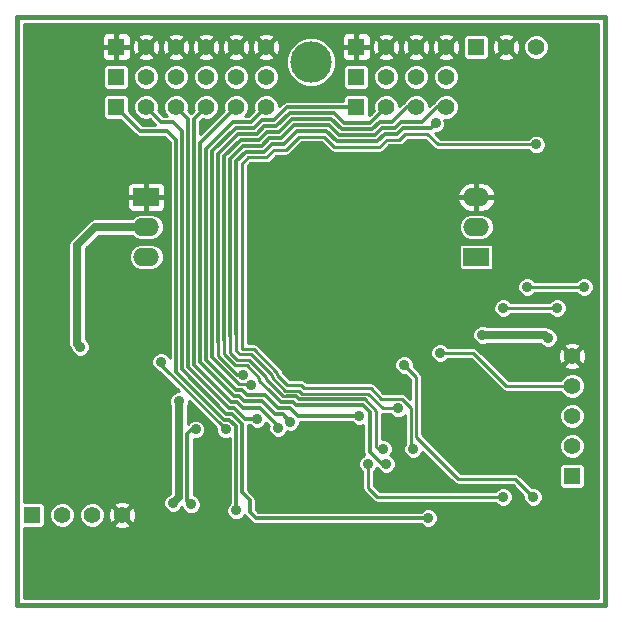
<source format=gbl>
G04 (created by PCBNEW-RS274X (2012-01-19 BZR 3256)-stable) date 4/1/2013 11:25:46 AM*
G01*
G70*
G90*
%MOIN*%
G04 Gerber Fmt 3.4, Leading zero omitted, Abs format*
%FSLAX34Y34*%
G04 APERTURE LIST*
%ADD10C,0.006000*%
%ADD11C,0.015000*%
%ADD12R,0.086600X0.060000*%
%ADD13O,0.086600X0.060000*%
%ADD14R,0.055000X0.055000*%
%ADD15C,0.055000*%
%ADD16C,0.137800*%
%ADD17C,0.035000*%
%ADD18C,0.027600*%
%ADD19C,0.011800*%
%ADD20C,0.009800*%
%ADD21C,0.010000*%
G04 APERTURE END LIST*
G54D10*
G54D11*
X27700Y-48600D02*
X27700Y-29000D01*
X47300Y-48600D02*
X27700Y-48600D01*
X47300Y-29000D02*
X47300Y-48600D01*
X27700Y-29000D02*
X47300Y-29000D01*
G54D12*
X43000Y-37000D03*
G54D13*
X43000Y-36000D03*
X43000Y-35000D03*
G54D12*
X32000Y-35000D03*
G54D13*
X32000Y-36000D03*
X32000Y-37000D03*
G54D14*
X43000Y-30000D03*
G54D15*
X44000Y-30000D03*
X45000Y-30000D03*
G54D14*
X31000Y-30000D03*
G54D15*
X32000Y-30000D03*
X33000Y-30000D03*
X34000Y-30000D03*
X35000Y-30000D03*
X36000Y-30000D03*
G54D14*
X39000Y-30000D03*
G54D15*
X40000Y-30000D03*
X41000Y-30000D03*
X42000Y-30000D03*
G54D14*
X39000Y-31000D03*
G54D15*
X40000Y-31000D03*
X41000Y-31000D03*
X42000Y-31000D03*
G54D14*
X39000Y-32000D03*
G54D15*
X40000Y-32000D03*
X41000Y-32000D03*
X42000Y-32000D03*
G54D14*
X31000Y-32000D03*
G54D15*
X32000Y-32000D03*
X33000Y-32000D03*
X34000Y-32000D03*
X35000Y-32000D03*
X36000Y-32000D03*
G54D14*
X31000Y-31000D03*
G54D15*
X32000Y-31000D03*
X33000Y-31000D03*
X34000Y-31000D03*
X35000Y-31000D03*
X36000Y-31000D03*
G54D14*
X28200Y-45600D03*
G54D15*
X29200Y-45600D03*
X30200Y-45600D03*
X31200Y-45600D03*
G54D14*
X46200Y-44300D03*
G54D15*
X46200Y-43300D03*
X46200Y-42300D03*
X46200Y-41300D03*
X46200Y-40300D03*
G54D16*
X37500Y-30500D03*
G54D17*
X33100Y-41800D03*
X32900Y-45200D03*
X43200Y-39600D03*
X45400Y-39700D03*
X29800Y-40000D03*
X40000Y-43900D03*
X39900Y-43400D03*
X35500Y-41275D03*
X35225Y-40925D03*
X40400Y-42050D03*
X41650Y-32550D03*
X40900Y-43400D03*
X45000Y-33250D03*
X44900Y-45000D03*
X40600Y-40600D03*
X35000Y-45450D03*
X41400Y-45700D03*
X41800Y-40200D03*
X35700Y-42400D03*
X39100Y-42300D03*
X36800Y-42500D03*
X46600Y-38000D03*
X44700Y-38000D03*
X43900Y-38700D03*
X45700Y-38700D03*
X36400Y-42700D03*
X43900Y-45000D03*
X39400Y-43900D03*
X33650Y-42750D03*
X33500Y-45250D03*
X34650Y-42750D03*
X32500Y-40500D03*
X28750Y-33750D03*
X30500Y-40000D03*
X40500Y-40100D03*
X44300Y-42100D03*
X37550Y-34950D03*
X37500Y-37750D03*
X36400Y-40100D03*
X33750Y-48000D03*
X44000Y-32750D03*
X42800Y-43500D03*
X46300Y-33750D03*
X45300Y-47600D03*
G54D18*
X33100Y-45000D02*
X32900Y-45200D01*
X33100Y-41800D02*
X33100Y-45000D01*
X45400Y-39700D02*
X45300Y-39600D01*
X45300Y-39600D02*
X43200Y-39600D01*
X29700Y-36700D02*
X29700Y-36600D01*
X29700Y-39900D02*
X29700Y-36700D01*
X29800Y-40000D02*
X29700Y-39900D01*
X30300Y-36000D02*
X32000Y-36000D01*
X29700Y-36600D02*
X30300Y-36000D01*
G54D19*
X36900Y-41850D02*
X37000Y-41950D01*
X39850Y-43900D02*
X40000Y-43900D01*
X36500Y-41850D02*
X36900Y-41850D01*
X39236Y-41950D02*
X37000Y-41950D01*
X34600Y-35100D02*
X34600Y-39772D01*
G54D20*
X35775Y-41025D02*
X35359Y-40609D01*
G54D19*
X39450Y-43500D02*
X39450Y-42164D01*
X39850Y-43900D02*
X39450Y-43500D01*
X41000Y-32000D02*
X40700Y-32000D01*
X36100Y-41450D02*
X36500Y-41850D01*
X39450Y-42164D02*
X39236Y-41950D01*
X39782Y-32500D02*
X39533Y-32749D01*
X40700Y-32000D02*
X40200Y-32500D01*
G54D20*
X34600Y-40242D02*
X34600Y-39772D01*
X34967Y-40609D02*
X34600Y-40242D01*
G54D19*
X40200Y-32500D02*
X39782Y-32500D01*
X34597Y-35100D02*
X34600Y-35100D01*
X34600Y-35100D02*
X34600Y-35100D01*
G54D20*
X35775Y-41125D02*
X35775Y-41025D01*
G54D19*
X34597Y-33649D02*
X34597Y-35100D01*
X36016Y-32848D02*
X35767Y-33097D01*
X41000Y-32000D02*
X40900Y-32000D01*
X35149Y-33097D02*
X34597Y-33649D01*
X39533Y-32749D02*
X38517Y-32749D01*
G54D20*
X36100Y-41450D02*
X35775Y-41125D01*
G54D19*
X35767Y-33097D02*
X35149Y-33097D01*
X38517Y-32749D02*
X38168Y-32400D01*
G54D20*
X35359Y-40609D02*
X34967Y-40609D01*
G54D19*
X38168Y-32400D02*
X36864Y-32400D01*
X36416Y-32848D02*
X36016Y-32848D01*
X36864Y-32400D02*
X36416Y-32848D01*
G54D20*
X35990Y-40986D02*
X35990Y-41072D01*
X34800Y-39650D02*
X34800Y-40188D01*
G54D19*
X39304Y-41750D02*
X37300Y-41750D01*
X37100Y-41750D02*
X37000Y-41650D01*
G54D20*
X35990Y-41072D02*
X36568Y-41650D01*
X39679Y-42125D02*
X39679Y-43329D01*
G54D19*
X37000Y-41650D02*
X36701Y-41650D01*
G54D20*
X35434Y-40430D02*
X35990Y-40986D01*
G54D19*
X36499Y-33047D02*
X36099Y-33047D01*
G54D20*
X36568Y-41650D02*
X36701Y-41650D01*
G54D19*
X34800Y-39650D02*
X34800Y-35299D01*
G54D20*
X39679Y-43329D02*
X39750Y-43400D01*
X39750Y-43400D02*
X39900Y-43400D01*
G54D19*
X38434Y-32948D02*
X38085Y-32599D01*
X40283Y-32699D02*
X39865Y-32699D01*
X35850Y-33296D02*
X35232Y-33296D01*
X38085Y-32599D02*
X36947Y-32599D01*
X34800Y-35299D02*
X34800Y-35299D01*
X42000Y-32000D02*
X41700Y-32000D01*
G54D20*
X39304Y-41750D02*
X39679Y-42125D01*
X34800Y-40188D02*
X35042Y-40430D01*
X35042Y-40430D02*
X35434Y-40430D01*
G54D19*
X40482Y-32500D02*
X40283Y-32699D01*
X37300Y-41750D02*
X37100Y-41750D01*
X34799Y-35299D02*
X34800Y-35299D01*
X35232Y-33296D02*
X34799Y-33729D01*
X39616Y-32948D02*
X38434Y-32948D01*
X39865Y-32699D02*
X39616Y-32948D01*
X41200Y-32500D02*
X40482Y-32500D01*
X41700Y-32000D02*
X41200Y-32500D01*
X36947Y-32599D02*
X36499Y-33047D01*
X34799Y-33729D02*
X34799Y-35299D01*
X36099Y-33047D02*
X35850Y-33296D01*
X36700Y-32000D02*
X36250Y-32450D01*
X34197Y-33485D02*
X34197Y-34700D01*
G54D20*
X35466Y-41241D02*
X35091Y-41241D01*
X34187Y-40337D02*
X34197Y-40337D01*
G54D19*
X35850Y-32450D02*
X35601Y-32699D01*
X34197Y-39938D02*
X34197Y-40337D01*
X34197Y-40337D02*
X34197Y-40337D01*
G54D20*
X34188Y-39938D02*
X34197Y-39938D01*
G54D19*
X34197Y-39938D02*
X34197Y-39933D01*
X34197Y-34700D02*
X34197Y-39938D01*
G54D20*
X35091Y-41241D02*
X34187Y-40337D01*
G54D19*
X35601Y-32699D02*
X34983Y-32699D01*
X36250Y-32450D02*
X35850Y-32450D01*
G54D20*
X35500Y-41275D02*
X35466Y-41241D01*
G54D19*
X34983Y-32699D02*
X34197Y-33485D01*
X39000Y-32000D02*
X36700Y-32000D01*
G54D20*
X35029Y-40925D02*
X35225Y-40925D01*
G54D19*
X34396Y-34898D02*
X34398Y-34898D01*
X36333Y-32649D02*
X35933Y-32649D01*
G54D20*
X34398Y-39850D02*
X34398Y-40294D01*
G54D19*
X34398Y-34898D02*
X34398Y-39850D01*
X34398Y-39850D02*
X34398Y-39852D01*
X39450Y-32550D02*
X38600Y-32550D01*
X35684Y-32898D02*
X35066Y-32898D01*
X34398Y-34898D02*
X34398Y-34898D01*
X40000Y-32000D02*
X39450Y-32550D01*
X36783Y-32199D02*
X36333Y-32649D01*
X35066Y-32898D02*
X34396Y-33568D01*
X34396Y-33568D02*
X34396Y-34898D01*
X35933Y-32649D02*
X35684Y-32898D01*
G54D20*
X34398Y-40294D02*
X35029Y-40925D01*
G54D19*
X38600Y-32550D02*
X38249Y-32199D01*
X38249Y-32199D02*
X36783Y-32199D01*
X38002Y-32798D02*
X37030Y-32798D01*
G54D20*
X34999Y-39567D02*
X34999Y-40124D01*
G54D19*
X35933Y-33495D02*
X35315Y-33495D01*
X39948Y-32898D02*
X39699Y-33147D01*
X40564Y-32700D02*
X40366Y-32898D01*
X35315Y-33495D02*
X34999Y-33811D01*
X41650Y-32550D02*
X41500Y-32700D01*
X36182Y-33246D02*
X35933Y-33495D01*
X40366Y-32898D02*
X39948Y-32898D01*
X39699Y-33147D02*
X38351Y-33147D01*
X37030Y-32798D02*
X36582Y-33246D01*
X36582Y-33246D02*
X36182Y-33246D01*
X38351Y-33147D02*
X38002Y-32798D01*
G54D20*
X36186Y-41014D02*
X36633Y-41461D01*
G54D19*
X41500Y-32700D02*
X40564Y-32700D01*
G54D20*
X39900Y-42050D02*
X40400Y-42050D01*
X36633Y-41461D02*
X37100Y-41461D01*
G54D19*
X34999Y-33811D02*
X34999Y-39567D01*
G54D20*
X39411Y-41561D02*
X39900Y-42050D01*
X37100Y-41461D02*
X37200Y-41561D01*
X36186Y-40928D02*
X36186Y-41014D01*
X35509Y-40251D02*
X36186Y-40928D01*
X37200Y-41561D02*
X39411Y-41561D01*
X34999Y-40124D02*
X35126Y-40251D01*
X35126Y-40251D02*
X35509Y-40251D01*
X38272Y-33336D02*
X37923Y-32987D01*
X35200Y-40072D02*
X35584Y-40072D01*
X35188Y-40060D02*
X35200Y-40072D01*
X35188Y-33890D02*
X35188Y-40060D01*
X35394Y-33684D02*
X35188Y-33890D01*
X36012Y-33684D02*
X35394Y-33684D01*
X36261Y-33435D02*
X36012Y-33684D01*
X36661Y-33435D02*
X36261Y-33435D01*
X37109Y-32987D02*
X36661Y-33435D01*
X35584Y-40072D02*
X36376Y-40864D01*
X39779Y-33336D02*
X38272Y-33336D01*
X40028Y-33087D02*
X39779Y-33336D01*
X40445Y-33087D02*
X40028Y-33087D01*
X40643Y-32889D02*
X40445Y-33087D01*
X41375Y-32889D02*
X40643Y-32889D01*
X41736Y-33250D02*
X41375Y-32889D01*
X45000Y-33250D02*
X41736Y-33250D01*
X40525Y-41725D02*
X40821Y-42021D01*
X40821Y-42021D02*
X40821Y-43321D01*
X40821Y-43321D02*
X40900Y-43400D01*
X39829Y-41725D02*
X40525Y-41725D01*
X39486Y-41382D02*
X39829Y-41725D01*
X37275Y-41382D02*
X39486Y-41382D01*
X37175Y-41282D02*
X37275Y-41382D01*
X36708Y-41282D02*
X37175Y-41282D01*
X36376Y-40950D02*
X36708Y-41282D01*
X36376Y-40864D02*
X36376Y-40950D01*
X37923Y-32987D02*
X37109Y-32987D01*
X44300Y-44400D02*
X42400Y-44400D01*
X44900Y-45000D02*
X44300Y-44400D01*
X40600Y-40600D02*
X41000Y-41000D01*
X42400Y-44400D02*
X41000Y-43000D01*
X41000Y-41000D02*
X41000Y-43000D01*
G54D19*
X35000Y-42650D02*
X35000Y-45450D01*
X32700Y-32800D02*
X31800Y-32800D01*
X34593Y-42425D02*
X34775Y-42425D01*
X33000Y-40832D02*
X34593Y-42425D01*
X33000Y-40500D02*
X33000Y-40832D01*
X34775Y-42425D02*
X35000Y-42650D01*
X31800Y-32800D02*
X31000Y-32000D01*
X33000Y-35000D02*
X33000Y-33100D01*
X33000Y-40500D02*
X33000Y-35000D01*
X33000Y-33100D02*
X32700Y-32800D01*
X35650Y-45700D02*
X37500Y-45700D01*
X33200Y-40400D02*
X33200Y-40750D01*
X35199Y-44850D02*
X35199Y-44849D01*
X35199Y-42567D02*
X35199Y-44850D01*
X34858Y-42226D02*
X35199Y-42567D01*
X34676Y-42226D02*
X34858Y-42226D01*
X33200Y-40750D02*
X34676Y-42226D01*
X33200Y-40400D02*
X33200Y-34918D01*
X32500Y-32500D02*
X32000Y-32000D01*
X32900Y-32500D02*
X32500Y-32500D01*
X37500Y-45700D02*
X41400Y-45700D01*
X32041Y-32041D02*
X32000Y-32000D01*
X33200Y-34918D02*
X33200Y-32800D01*
X35200Y-44850D02*
X35199Y-44849D01*
X33199Y-40399D02*
X33200Y-40400D01*
X35450Y-45500D02*
X35650Y-45700D01*
X35199Y-44849D02*
X35450Y-45100D01*
X35450Y-45100D02*
X35450Y-45500D01*
X33200Y-32800D02*
X32900Y-32500D01*
G54D20*
X44000Y-41300D02*
X46200Y-41300D01*
X41800Y-40200D02*
X42900Y-40200D01*
X42900Y-40200D02*
X44000Y-41300D01*
G54D19*
X34941Y-42027D02*
X35314Y-42400D01*
X35314Y-42400D02*
X35482Y-42400D01*
X34759Y-42027D02*
X34941Y-42027D01*
X33400Y-40318D02*
X33400Y-40668D01*
X33400Y-34837D02*
X33401Y-34836D01*
X33400Y-40318D02*
X33400Y-34837D01*
X35482Y-42400D02*
X35700Y-42400D01*
X33400Y-40668D02*
X34759Y-42027D01*
X33400Y-32400D02*
X33000Y-32000D01*
X33400Y-34836D02*
X33400Y-32400D01*
X33400Y-34836D02*
X33400Y-34836D01*
X33401Y-34836D02*
X33400Y-34836D01*
X35376Y-41601D02*
X35583Y-41601D01*
X33998Y-40000D02*
X33998Y-40420D01*
X37050Y-42300D02*
X36801Y-42051D01*
X35205Y-41430D02*
X35376Y-41601D01*
X39100Y-42300D02*
X37200Y-42300D01*
X36401Y-42051D02*
X35951Y-41601D01*
X37200Y-42300D02*
X37050Y-42300D01*
X35951Y-41601D02*
X35583Y-41601D01*
X36801Y-42051D02*
X36401Y-42051D01*
X33998Y-33402D02*
X34900Y-32500D01*
X33998Y-40420D02*
X35008Y-41430D01*
X33998Y-40000D02*
X33998Y-34002D01*
X35008Y-41430D02*
X35205Y-41430D01*
X33998Y-40016D02*
X33998Y-40000D01*
X35500Y-32500D02*
X36000Y-32000D01*
X34900Y-32500D02*
X35500Y-32500D01*
X33998Y-34002D02*
X33998Y-33402D01*
X36300Y-42250D02*
X36550Y-42250D01*
X35850Y-41800D02*
X36300Y-42250D01*
X36550Y-42250D02*
X36800Y-42500D01*
X35500Y-41800D02*
X35850Y-41800D01*
X35278Y-41800D02*
X35500Y-41800D01*
X33800Y-40504D02*
X34925Y-41629D01*
X33800Y-33200D02*
X35000Y-32000D01*
X33800Y-40100D02*
X33800Y-33200D01*
X33800Y-40100D02*
X33800Y-40504D01*
X34925Y-41629D02*
X35107Y-41629D01*
X33799Y-40099D02*
X33800Y-40100D01*
X35107Y-41629D02*
X35278Y-41800D01*
G54D20*
X46600Y-38000D02*
X44700Y-38000D01*
X43900Y-38700D02*
X45700Y-38700D01*
G54D19*
X33600Y-40586D02*
X34842Y-41828D01*
X34842Y-41828D02*
X35024Y-41828D01*
X33600Y-34800D02*
X33600Y-34500D01*
X33600Y-34500D02*
X33600Y-32400D01*
X33600Y-32400D02*
X34000Y-32000D01*
X33600Y-40200D02*
X33600Y-34800D01*
X33600Y-40200D02*
X33600Y-40586D01*
X36400Y-42650D02*
X36400Y-42700D01*
X35790Y-42040D02*
X36400Y-42650D01*
X35236Y-42040D02*
X35790Y-42040D01*
X35024Y-41828D02*
X35236Y-42040D01*
G54D20*
X39700Y-45000D02*
X43900Y-45000D01*
X39400Y-44700D02*
X39700Y-45000D01*
X39400Y-43900D02*
X39400Y-44700D01*
G54D19*
X33378Y-45128D02*
X33500Y-45250D01*
X33528Y-42750D02*
X33378Y-42900D01*
X33650Y-42750D02*
X33528Y-42750D01*
X33378Y-42900D02*
X33378Y-45128D01*
G54D20*
X32500Y-40600D02*
X34650Y-42750D01*
X32500Y-40500D02*
X32500Y-40600D01*
G54D10*
G36*
X47077Y-48377D02*
X46923Y-48377D01*
X46923Y-38064D01*
X46923Y-37936D01*
X46874Y-37817D01*
X46783Y-37726D01*
X46664Y-37677D01*
X46536Y-37677D01*
X46417Y-37726D01*
X46340Y-37803D01*
X45423Y-37803D01*
X45423Y-30084D01*
X45423Y-29916D01*
X45359Y-29761D01*
X45240Y-29641D01*
X45084Y-29577D01*
X44916Y-29577D01*
X44761Y-29641D01*
X44641Y-29760D01*
X44577Y-29916D01*
X44577Y-30084D01*
X44641Y-30239D01*
X44760Y-30359D01*
X44916Y-30423D01*
X45084Y-30423D01*
X45239Y-30359D01*
X45359Y-30240D01*
X45423Y-30084D01*
X45423Y-37803D01*
X45323Y-37803D01*
X45323Y-33314D01*
X45323Y-33186D01*
X45274Y-33067D01*
X45183Y-32976D01*
X45064Y-32927D01*
X44936Y-32927D01*
X44817Y-32976D01*
X44740Y-33053D01*
X44474Y-33053D01*
X44474Y-30083D01*
X44470Y-29895D01*
X44407Y-29742D01*
X44325Y-29718D01*
X44282Y-29760D01*
X44282Y-29675D01*
X44258Y-29593D01*
X44083Y-29526D01*
X43895Y-29530D01*
X43742Y-29593D01*
X43718Y-29675D01*
X44000Y-29958D01*
X44282Y-29675D01*
X44282Y-29760D01*
X44042Y-30000D01*
X44325Y-30282D01*
X44407Y-30258D01*
X44474Y-30083D01*
X44474Y-33053D01*
X44282Y-33053D01*
X44282Y-30325D01*
X44000Y-30042D01*
X43958Y-30084D01*
X43958Y-30000D01*
X43675Y-29718D01*
X43593Y-29742D01*
X43526Y-29917D01*
X43530Y-30105D01*
X43593Y-30258D01*
X43675Y-30282D01*
X43958Y-30000D01*
X43958Y-30084D01*
X43718Y-30325D01*
X43742Y-30407D01*
X43917Y-30474D01*
X44105Y-30470D01*
X44258Y-30407D01*
X44282Y-30325D01*
X44282Y-33053D01*
X43422Y-33053D01*
X43422Y-30304D01*
X43422Y-30246D01*
X43422Y-29696D01*
X43400Y-29642D01*
X43358Y-29601D01*
X43304Y-29578D01*
X43246Y-29578D01*
X42696Y-29578D01*
X42642Y-29600D01*
X42601Y-29642D01*
X42578Y-29696D01*
X42578Y-29754D01*
X42578Y-30304D01*
X42600Y-30358D01*
X42642Y-30399D01*
X42696Y-30422D01*
X42754Y-30422D01*
X43304Y-30422D01*
X43358Y-30400D01*
X43399Y-30358D01*
X43422Y-30304D01*
X43422Y-33053D01*
X42474Y-33053D01*
X42474Y-30083D01*
X42470Y-29895D01*
X42407Y-29742D01*
X42325Y-29718D01*
X42282Y-29760D01*
X42282Y-29675D01*
X42258Y-29593D01*
X42083Y-29526D01*
X41895Y-29530D01*
X41742Y-29593D01*
X41718Y-29675D01*
X42000Y-29958D01*
X42282Y-29675D01*
X42282Y-29760D01*
X42042Y-30000D01*
X42325Y-30282D01*
X42407Y-30258D01*
X42474Y-30083D01*
X42474Y-33053D01*
X41817Y-33053D01*
X41637Y-32873D01*
X41714Y-32873D01*
X41833Y-32824D01*
X41924Y-32733D01*
X41973Y-32614D01*
X41973Y-32486D01*
X41947Y-32423D01*
X42084Y-32423D01*
X42239Y-32359D01*
X42359Y-32240D01*
X42423Y-32084D01*
X42423Y-31916D01*
X42423Y-31084D01*
X42423Y-30916D01*
X42359Y-30761D01*
X42282Y-30683D01*
X42282Y-30325D01*
X42000Y-30042D01*
X41958Y-30084D01*
X41958Y-30000D01*
X41675Y-29718D01*
X41593Y-29742D01*
X41526Y-29917D01*
X41530Y-30105D01*
X41593Y-30258D01*
X41675Y-30282D01*
X41958Y-30000D01*
X41958Y-30084D01*
X41718Y-30325D01*
X41742Y-30407D01*
X41917Y-30474D01*
X42105Y-30470D01*
X42258Y-30407D01*
X42282Y-30325D01*
X42282Y-30683D01*
X42240Y-30641D01*
X42084Y-30577D01*
X41916Y-30577D01*
X41761Y-30641D01*
X41641Y-30760D01*
X41577Y-30916D01*
X41577Y-31084D01*
X41641Y-31239D01*
X41760Y-31359D01*
X41916Y-31423D01*
X42084Y-31423D01*
X42239Y-31359D01*
X42359Y-31240D01*
X42423Y-31084D01*
X42423Y-31916D01*
X42359Y-31761D01*
X42240Y-31641D01*
X42084Y-31577D01*
X41916Y-31577D01*
X41761Y-31641D01*
X41641Y-31760D01*
X41620Y-31809D01*
X41554Y-31854D01*
X41474Y-31934D01*
X41474Y-30083D01*
X41470Y-29895D01*
X41407Y-29742D01*
X41325Y-29718D01*
X41282Y-29760D01*
X41282Y-29675D01*
X41258Y-29593D01*
X41083Y-29526D01*
X40895Y-29530D01*
X40742Y-29593D01*
X40718Y-29675D01*
X41000Y-29958D01*
X41282Y-29675D01*
X41282Y-29760D01*
X41042Y-30000D01*
X41325Y-30282D01*
X41407Y-30258D01*
X41474Y-30083D01*
X41474Y-31934D01*
X41423Y-31985D01*
X41423Y-31916D01*
X41423Y-31084D01*
X41423Y-30916D01*
X41359Y-30761D01*
X41282Y-30683D01*
X41282Y-30325D01*
X41000Y-30042D01*
X40958Y-30084D01*
X40958Y-30000D01*
X40675Y-29718D01*
X40593Y-29742D01*
X40526Y-29917D01*
X40530Y-30105D01*
X40593Y-30258D01*
X40675Y-30282D01*
X40958Y-30000D01*
X40958Y-30084D01*
X40718Y-30325D01*
X40742Y-30407D01*
X40917Y-30474D01*
X41105Y-30470D01*
X41258Y-30407D01*
X41282Y-30325D01*
X41282Y-30683D01*
X41240Y-30641D01*
X41084Y-30577D01*
X40916Y-30577D01*
X40761Y-30641D01*
X40641Y-30760D01*
X40577Y-30916D01*
X40577Y-31084D01*
X40641Y-31239D01*
X40760Y-31359D01*
X40916Y-31423D01*
X41084Y-31423D01*
X41239Y-31359D01*
X41359Y-31240D01*
X41423Y-31084D01*
X41423Y-31916D01*
X41359Y-31761D01*
X41240Y-31641D01*
X41084Y-31577D01*
X40916Y-31577D01*
X40761Y-31641D01*
X40641Y-31760D01*
X40620Y-31809D01*
X40554Y-31854D01*
X40474Y-31934D01*
X40474Y-30083D01*
X40470Y-29895D01*
X40407Y-29742D01*
X40325Y-29718D01*
X40282Y-29760D01*
X40282Y-29675D01*
X40258Y-29593D01*
X40083Y-29526D01*
X39895Y-29530D01*
X39742Y-29593D01*
X39718Y-29675D01*
X40000Y-29958D01*
X40282Y-29675D01*
X40282Y-29760D01*
X40042Y-30000D01*
X40325Y-30282D01*
X40407Y-30258D01*
X40474Y-30083D01*
X40474Y-31934D01*
X40423Y-31985D01*
X40423Y-31916D01*
X40423Y-31084D01*
X40423Y-30916D01*
X40359Y-30761D01*
X40282Y-30683D01*
X40282Y-30325D01*
X40000Y-30042D01*
X39958Y-30084D01*
X39958Y-30000D01*
X39675Y-29718D01*
X39593Y-29742D01*
X39526Y-29917D01*
X39530Y-30105D01*
X39593Y-30258D01*
X39675Y-30282D01*
X39958Y-30000D01*
X39958Y-30084D01*
X39718Y-30325D01*
X39742Y-30407D01*
X39917Y-30474D01*
X40105Y-30470D01*
X40258Y-30407D01*
X40282Y-30325D01*
X40282Y-30683D01*
X40240Y-30641D01*
X40084Y-30577D01*
X39916Y-30577D01*
X39761Y-30641D01*
X39641Y-30760D01*
X39577Y-30916D01*
X39577Y-31084D01*
X39641Y-31239D01*
X39760Y-31359D01*
X39916Y-31423D01*
X40084Y-31423D01*
X40239Y-31359D01*
X40359Y-31240D01*
X40423Y-31084D01*
X40423Y-31916D01*
X40359Y-31761D01*
X40240Y-31641D01*
X40084Y-31577D01*
X39916Y-31577D01*
X39761Y-31641D01*
X39641Y-31760D01*
X39577Y-31916D01*
X39577Y-32084D01*
X39590Y-32116D01*
X39482Y-32224D01*
X39482Y-30316D01*
X39482Y-30234D01*
X39482Y-30081D01*
X39482Y-29919D01*
X39482Y-29766D01*
X39482Y-29684D01*
X39450Y-29608D01*
X39392Y-29549D01*
X39316Y-29518D01*
X39081Y-29518D01*
X39030Y-29569D01*
X39030Y-29970D01*
X39431Y-29970D01*
X39482Y-29919D01*
X39482Y-30081D01*
X39431Y-30030D01*
X39030Y-30030D01*
X39030Y-30431D01*
X39081Y-30482D01*
X39316Y-30482D01*
X39392Y-30451D01*
X39450Y-30392D01*
X39482Y-30316D01*
X39482Y-32224D01*
X39422Y-32285D01*
X39422Y-32246D01*
X39422Y-31696D01*
X39422Y-31304D01*
X39422Y-31246D01*
X39422Y-30696D01*
X39400Y-30642D01*
X39358Y-30601D01*
X39304Y-30578D01*
X39246Y-30578D01*
X38970Y-30578D01*
X38970Y-30431D01*
X38970Y-30030D01*
X38970Y-29970D01*
X38970Y-29569D01*
X38919Y-29518D01*
X38684Y-29518D01*
X38608Y-29549D01*
X38550Y-29608D01*
X38518Y-29684D01*
X38518Y-29766D01*
X38518Y-29919D01*
X38569Y-29970D01*
X38970Y-29970D01*
X38970Y-30030D01*
X38569Y-30030D01*
X38518Y-30081D01*
X38518Y-30234D01*
X38518Y-30316D01*
X38550Y-30392D01*
X38608Y-30451D01*
X38684Y-30482D01*
X38919Y-30482D01*
X38970Y-30431D01*
X38970Y-30578D01*
X38696Y-30578D01*
X38642Y-30600D01*
X38601Y-30642D01*
X38578Y-30696D01*
X38578Y-30754D01*
X38578Y-31304D01*
X38600Y-31358D01*
X38642Y-31399D01*
X38696Y-31422D01*
X38754Y-31422D01*
X39304Y-31422D01*
X39358Y-31400D01*
X39399Y-31358D01*
X39422Y-31304D01*
X39422Y-31696D01*
X39400Y-31642D01*
X39358Y-31601D01*
X39304Y-31578D01*
X39246Y-31578D01*
X38696Y-31578D01*
X38642Y-31600D01*
X38601Y-31642D01*
X38578Y-31696D01*
X38578Y-31754D01*
X38578Y-31793D01*
X38337Y-31793D01*
X38337Y-30667D01*
X38337Y-30334D01*
X38210Y-30026D01*
X37974Y-29791D01*
X37667Y-29663D01*
X37334Y-29663D01*
X37026Y-29790D01*
X36791Y-30026D01*
X36663Y-30333D01*
X36663Y-30666D01*
X36790Y-30974D01*
X37026Y-31209D01*
X37333Y-31337D01*
X37666Y-31337D01*
X37974Y-31210D01*
X38209Y-30974D01*
X38337Y-30667D01*
X38337Y-31793D01*
X36700Y-31793D01*
X36621Y-31809D01*
X36553Y-31854D01*
X36474Y-31933D01*
X36474Y-30083D01*
X36470Y-29895D01*
X36407Y-29742D01*
X36325Y-29718D01*
X36282Y-29760D01*
X36282Y-29675D01*
X36258Y-29593D01*
X36083Y-29526D01*
X35895Y-29530D01*
X35742Y-29593D01*
X35718Y-29675D01*
X36000Y-29958D01*
X36282Y-29675D01*
X36282Y-29760D01*
X36042Y-30000D01*
X36325Y-30282D01*
X36407Y-30258D01*
X36474Y-30083D01*
X36474Y-31933D01*
X36423Y-31984D01*
X36423Y-31916D01*
X36423Y-31084D01*
X36423Y-30916D01*
X36359Y-30761D01*
X36282Y-30683D01*
X36282Y-30325D01*
X36000Y-30042D01*
X35958Y-30084D01*
X35958Y-30000D01*
X35675Y-29718D01*
X35593Y-29742D01*
X35526Y-29917D01*
X35530Y-30105D01*
X35593Y-30258D01*
X35675Y-30282D01*
X35958Y-30000D01*
X35958Y-30084D01*
X35718Y-30325D01*
X35742Y-30407D01*
X35917Y-30474D01*
X36105Y-30470D01*
X36258Y-30407D01*
X36282Y-30325D01*
X36282Y-30683D01*
X36240Y-30641D01*
X36084Y-30577D01*
X35916Y-30577D01*
X35761Y-30641D01*
X35641Y-30760D01*
X35577Y-30916D01*
X35577Y-31084D01*
X35641Y-31239D01*
X35760Y-31359D01*
X35916Y-31423D01*
X36084Y-31423D01*
X36239Y-31359D01*
X36359Y-31240D01*
X36423Y-31084D01*
X36423Y-31916D01*
X36359Y-31761D01*
X36240Y-31641D01*
X36084Y-31577D01*
X35916Y-31577D01*
X35761Y-31641D01*
X35641Y-31760D01*
X35577Y-31916D01*
X35577Y-32084D01*
X35590Y-32117D01*
X35474Y-32233D01*
X35474Y-30083D01*
X35470Y-29895D01*
X35407Y-29742D01*
X35325Y-29718D01*
X35282Y-29760D01*
X35282Y-29675D01*
X35258Y-29593D01*
X35083Y-29526D01*
X34895Y-29530D01*
X34742Y-29593D01*
X34718Y-29675D01*
X35000Y-29958D01*
X35282Y-29675D01*
X35282Y-29760D01*
X35042Y-30000D01*
X35325Y-30282D01*
X35407Y-30258D01*
X35474Y-30083D01*
X35474Y-32233D01*
X35415Y-32293D01*
X35305Y-32293D01*
X35359Y-32240D01*
X35423Y-32084D01*
X35423Y-31916D01*
X35423Y-31084D01*
X35423Y-30916D01*
X35359Y-30761D01*
X35282Y-30683D01*
X35282Y-30325D01*
X35000Y-30042D01*
X34958Y-30084D01*
X34958Y-30000D01*
X34675Y-29718D01*
X34593Y-29742D01*
X34526Y-29917D01*
X34530Y-30105D01*
X34593Y-30258D01*
X34675Y-30282D01*
X34958Y-30000D01*
X34958Y-30084D01*
X34718Y-30325D01*
X34742Y-30407D01*
X34917Y-30474D01*
X35105Y-30470D01*
X35258Y-30407D01*
X35282Y-30325D01*
X35282Y-30683D01*
X35240Y-30641D01*
X35084Y-30577D01*
X34916Y-30577D01*
X34761Y-30641D01*
X34641Y-30760D01*
X34577Y-30916D01*
X34577Y-31084D01*
X34641Y-31239D01*
X34760Y-31359D01*
X34916Y-31423D01*
X35084Y-31423D01*
X35239Y-31359D01*
X35359Y-31240D01*
X35423Y-31084D01*
X35423Y-31916D01*
X35359Y-31761D01*
X35240Y-31641D01*
X35084Y-31577D01*
X34916Y-31577D01*
X34761Y-31641D01*
X34641Y-31760D01*
X34577Y-31916D01*
X34577Y-32084D01*
X34590Y-32117D01*
X34474Y-32233D01*
X34474Y-30083D01*
X34470Y-29895D01*
X34407Y-29742D01*
X34325Y-29718D01*
X34282Y-29760D01*
X34282Y-29675D01*
X34258Y-29593D01*
X34083Y-29526D01*
X33895Y-29530D01*
X33742Y-29593D01*
X33718Y-29675D01*
X34000Y-29958D01*
X34282Y-29675D01*
X34282Y-29760D01*
X34042Y-30000D01*
X34325Y-30282D01*
X34407Y-30258D01*
X34474Y-30083D01*
X34474Y-32233D01*
X33807Y-32901D01*
X33807Y-32485D01*
X33882Y-32409D01*
X33916Y-32423D01*
X34084Y-32423D01*
X34239Y-32359D01*
X34359Y-32240D01*
X34423Y-32084D01*
X34423Y-31916D01*
X34423Y-31084D01*
X34423Y-30916D01*
X34359Y-30761D01*
X34282Y-30683D01*
X34282Y-30325D01*
X34000Y-30042D01*
X33958Y-30084D01*
X33958Y-30000D01*
X33675Y-29718D01*
X33593Y-29742D01*
X33526Y-29917D01*
X33530Y-30105D01*
X33593Y-30258D01*
X33675Y-30282D01*
X33958Y-30000D01*
X33958Y-30084D01*
X33718Y-30325D01*
X33742Y-30407D01*
X33917Y-30474D01*
X34105Y-30470D01*
X34258Y-30407D01*
X34282Y-30325D01*
X34282Y-30683D01*
X34240Y-30641D01*
X34084Y-30577D01*
X33916Y-30577D01*
X33761Y-30641D01*
X33641Y-30760D01*
X33577Y-30916D01*
X33577Y-31084D01*
X33641Y-31239D01*
X33760Y-31359D01*
X33916Y-31423D01*
X34084Y-31423D01*
X34239Y-31359D01*
X34359Y-31240D01*
X34423Y-31084D01*
X34423Y-31916D01*
X34359Y-31761D01*
X34240Y-31641D01*
X34084Y-31577D01*
X33916Y-31577D01*
X33761Y-31641D01*
X33641Y-31760D01*
X33577Y-31916D01*
X33577Y-32084D01*
X33590Y-32117D01*
X33500Y-32207D01*
X33474Y-32181D01*
X33474Y-30083D01*
X33470Y-29895D01*
X33407Y-29742D01*
X33325Y-29718D01*
X33282Y-29760D01*
X33282Y-29675D01*
X33258Y-29593D01*
X33083Y-29526D01*
X32895Y-29530D01*
X32742Y-29593D01*
X32718Y-29675D01*
X33000Y-29958D01*
X33282Y-29675D01*
X33282Y-29760D01*
X33042Y-30000D01*
X33325Y-30282D01*
X33407Y-30258D01*
X33474Y-30083D01*
X33474Y-32181D01*
X33409Y-32116D01*
X33423Y-32084D01*
X33423Y-31916D01*
X33423Y-31084D01*
X33423Y-30916D01*
X33359Y-30761D01*
X33282Y-30683D01*
X33282Y-30325D01*
X33000Y-30042D01*
X32958Y-30084D01*
X32958Y-30000D01*
X32675Y-29718D01*
X32593Y-29742D01*
X32526Y-29917D01*
X32530Y-30105D01*
X32593Y-30258D01*
X32675Y-30282D01*
X32958Y-30000D01*
X32958Y-30084D01*
X32718Y-30325D01*
X32742Y-30407D01*
X32917Y-30474D01*
X33105Y-30470D01*
X33258Y-30407D01*
X33282Y-30325D01*
X33282Y-30683D01*
X33240Y-30641D01*
X33084Y-30577D01*
X32916Y-30577D01*
X32761Y-30641D01*
X32641Y-30760D01*
X32577Y-30916D01*
X32577Y-31084D01*
X32641Y-31239D01*
X32760Y-31359D01*
X32916Y-31423D01*
X33084Y-31423D01*
X33239Y-31359D01*
X33359Y-31240D01*
X33423Y-31084D01*
X33423Y-31916D01*
X33359Y-31761D01*
X33240Y-31641D01*
X33084Y-31577D01*
X32916Y-31577D01*
X32761Y-31641D01*
X32641Y-31760D01*
X32577Y-31916D01*
X32577Y-32084D01*
X32641Y-32239D01*
X32694Y-32293D01*
X32585Y-32293D01*
X32474Y-32182D01*
X32474Y-30083D01*
X32470Y-29895D01*
X32407Y-29742D01*
X32325Y-29718D01*
X32282Y-29760D01*
X32282Y-29675D01*
X32258Y-29593D01*
X32083Y-29526D01*
X31895Y-29530D01*
X31742Y-29593D01*
X31718Y-29675D01*
X32000Y-29958D01*
X32282Y-29675D01*
X32282Y-29760D01*
X32042Y-30000D01*
X32325Y-30282D01*
X32407Y-30258D01*
X32474Y-30083D01*
X32474Y-32182D01*
X32409Y-32117D01*
X32423Y-32084D01*
X32423Y-31916D01*
X32423Y-31084D01*
X32423Y-30916D01*
X32359Y-30761D01*
X32282Y-30683D01*
X32282Y-30325D01*
X32000Y-30042D01*
X31958Y-30084D01*
X31958Y-30000D01*
X31675Y-29718D01*
X31593Y-29742D01*
X31526Y-29917D01*
X31530Y-30105D01*
X31593Y-30258D01*
X31675Y-30282D01*
X31958Y-30000D01*
X31958Y-30084D01*
X31718Y-30325D01*
X31742Y-30407D01*
X31917Y-30474D01*
X32105Y-30470D01*
X32258Y-30407D01*
X32282Y-30325D01*
X32282Y-30683D01*
X32240Y-30641D01*
X32084Y-30577D01*
X31916Y-30577D01*
X31761Y-30641D01*
X31641Y-30760D01*
X31577Y-30916D01*
X31577Y-31084D01*
X31641Y-31239D01*
X31760Y-31359D01*
X31916Y-31423D01*
X32084Y-31423D01*
X32239Y-31359D01*
X32359Y-31240D01*
X32423Y-31084D01*
X32423Y-31916D01*
X32359Y-31761D01*
X32240Y-31641D01*
X32084Y-31577D01*
X31916Y-31577D01*
X31761Y-31641D01*
X31641Y-31760D01*
X31577Y-31916D01*
X31577Y-32084D01*
X31641Y-32239D01*
X31760Y-32359D01*
X31916Y-32423D01*
X32084Y-32423D01*
X32117Y-32409D01*
X32301Y-32593D01*
X31885Y-32593D01*
X31482Y-32189D01*
X31482Y-30316D01*
X31482Y-30234D01*
X31482Y-30081D01*
X31482Y-29919D01*
X31482Y-29766D01*
X31482Y-29684D01*
X31450Y-29608D01*
X31392Y-29549D01*
X31316Y-29518D01*
X31081Y-29518D01*
X31030Y-29569D01*
X31030Y-29970D01*
X31431Y-29970D01*
X31482Y-29919D01*
X31482Y-30081D01*
X31431Y-30030D01*
X31030Y-30030D01*
X31030Y-30431D01*
X31081Y-30482D01*
X31316Y-30482D01*
X31392Y-30451D01*
X31450Y-30392D01*
X31482Y-30316D01*
X31482Y-32189D01*
X31422Y-32129D01*
X31422Y-31696D01*
X31422Y-31304D01*
X31422Y-31246D01*
X31422Y-30696D01*
X31400Y-30642D01*
X31358Y-30601D01*
X31304Y-30578D01*
X31246Y-30578D01*
X30970Y-30578D01*
X30970Y-30431D01*
X30970Y-30030D01*
X30970Y-29970D01*
X30970Y-29569D01*
X30919Y-29518D01*
X30684Y-29518D01*
X30608Y-29549D01*
X30550Y-29608D01*
X30518Y-29684D01*
X30518Y-29766D01*
X30518Y-29919D01*
X30569Y-29970D01*
X30970Y-29970D01*
X30970Y-30030D01*
X30569Y-30030D01*
X30518Y-30081D01*
X30518Y-30234D01*
X30518Y-30316D01*
X30550Y-30392D01*
X30608Y-30451D01*
X30684Y-30482D01*
X30919Y-30482D01*
X30970Y-30431D01*
X30970Y-30578D01*
X30696Y-30578D01*
X30642Y-30600D01*
X30601Y-30642D01*
X30578Y-30696D01*
X30578Y-30754D01*
X30578Y-31304D01*
X30600Y-31358D01*
X30642Y-31399D01*
X30696Y-31422D01*
X30754Y-31422D01*
X31304Y-31422D01*
X31358Y-31400D01*
X31399Y-31358D01*
X31422Y-31304D01*
X31422Y-31696D01*
X31400Y-31642D01*
X31358Y-31601D01*
X31304Y-31578D01*
X31246Y-31578D01*
X30696Y-31578D01*
X30642Y-31600D01*
X30601Y-31642D01*
X30578Y-31696D01*
X30578Y-31754D01*
X30578Y-32304D01*
X30600Y-32358D01*
X30642Y-32399D01*
X30696Y-32422D01*
X30754Y-32422D01*
X31129Y-32422D01*
X31653Y-32946D01*
X31654Y-32946D01*
X31721Y-32991D01*
X31800Y-33007D01*
X32614Y-33007D01*
X32793Y-33185D01*
X32793Y-35000D01*
X32793Y-40363D01*
X32774Y-40317D01*
X32683Y-40226D01*
X32640Y-40208D01*
X32640Y-35341D01*
X32640Y-35081D01*
X32640Y-34919D01*
X32640Y-34659D01*
X32609Y-34583D01*
X32550Y-34525D01*
X32474Y-34493D01*
X32392Y-34493D01*
X32081Y-34493D01*
X32030Y-34544D01*
X32030Y-34970D01*
X32589Y-34970D01*
X32640Y-34919D01*
X32640Y-35081D01*
X32589Y-35030D01*
X32030Y-35030D01*
X32030Y-35456D01*
X32081Y-35507D01*
X32392Y-35507D01*
X32474Y-35507D01*
X32550Y-35475D01*
X32609Y-35417D01*
X32640Y-35341D01*
X32640Y-40208D01*
X32583Y-40184D01*
X32583Y-37088D01*
X32583Y-36913D01*
X32583Y-36088D01*
X32583Y-35913D01*
X32516Y-35752D01*
X32393Y-35628D01*
X32232Y-35561D01*
X32057Y-35561D01*
X31970Y-35561D01*
X31970Y-35456D01*
X31970Y-35030D01*
X31970Y-34970D01*
X31970Y-34544D01*
X31919Y-34493D01*
X31608Y-34493D01*
X31526Y-34493D01*
X31450Y-34525D01*
X31391Y-34583D01*
X31360Y-34659D01*
X31360Y-34919D01*
X31411Y-34970D01*
X31970Y-34970D01*
X31970Y-35030D01*
X31411Y-35030D01*
X31360Y-35081D01*
X31360Y-35341D01*
X31391Y-35417D01*
X31450Y-35475D01*
X31526Y-35507D01*
X31608Y-35507D01*
X31919Y-35507D01*
X31970Y-35456D01*
X31970Y-35561D01*
X31769Y-35561D01*
X31608Y-35628D01*
X31521Y-35714D01*
X30300Y-35714D01*
X30191Y-35736D01*
X30159Y-35757D01*
X30097Y-35798D01*
X29498Y-36398D01*
X29436Y-36490D01*
X29414Y-36600D01*
X29414Y-36700D01*
X29414Y-39900D01*
X29436Y-40010D01*
X29484Y-40081D01*
X29526Y-40183D01*
X29617Y-40274D01*
X29736Y-40323D01*
X29864Y-40323D01*
X29983Y-40274D01*
X30074Y-40183D01*
X30123Y-40064D01*
X30123Y-39936D01*
X30074Y-39817D01*
X29986Y-39729D01*
X29986Y-36718D01*
X30418Y-36286D01*
X31521Y-36286D01*
X31607Y-36372D01*
X31768Y-36439D01*
X31943Y-36439D01*
X32231Y-36439D01*
X32392Y-36372D01*
X32516Y-36249D01*
X32583Y-36088D01*
X32583Y-36913D01*
X32516Y-36752D01*
X32393Y-36628D01*
X32232Y-36561D01*
X32057Y-36561D01*
X31769Y-36561D01*
X31608Y-36628D01*
X31484Y-36751D01*
X31417Y-36912D01*
X31417Y-37087D01*
X31484Y-37248D01*
X31607Y-37372D01*
X31768Y-37439D01*
X31943Y-37439D01*
X32231Y-37439D01*
X32392Y-37372D01*
X32516Y-37249D01*
X32583Y-37088D01*
X32583Y-40184D01*
X32564Y-40177D01*
X32436Y-40177D01*
X32317Y-40226D01*
X32226Y-40317D01*
X32177Y-40436D01*
X32177Y-40564D01*
X32226Y-40683D01*
X32317Y-40774D01*
X32436Y-40823D01*
X32444Y-40823D01*
X33098Y-41477D01*
X33036Y-41477D01*
X32917Y-41526D01*
X32826Y-41617D01*
X32777Y-41736D01*
X32777Y-41864D01*
X32814Y-41953D01*
X32814Y-44881D01*
X32806Y-44889D01*
X32717Y-44926D01*
X32626Y-45017D01*
X32577Y-45136D01*
X32577Y-45264D01*
X32626Y-45383D01*
X32717Y-45474D01*
X32836Y-45523D01*
X32964Y-45523D01*
X33083Y-45474D01*
X33174Y-45383D01*
X33189Y-45344D01*
X33226Y-45433D01*
X33317Y-45524D01*
X33436Y-45573D01*
X33564Y-45573D01*
X33683Y-45524D01*
X33774Y-45433D01*
X33823Y-45314D01*
X33823Y-45186D01*
X33774Y-45067D01*
X33683Y-44976D01*
X33585Y-44935D01*
X33585Y-43072D01*
X33586Y-43073D01*
X33714Y-43073D01*
X33833Y-43024D01*
X33924Y-42933D01*
X33973Y-42814D01*
X33973Y-42686D01*
X33924Y-42567D01*
X33833Y-42476D01*
X33714Y-42427D01*
X33586Y-42427D01*
X33467Y-42476D01*
X33386Y-42557D01*
X33386Y-41953D01*
X33423Y-41864D01*
X33423Y-41801D01*
X34327Y-42705D01*
X34327Y-42814D01*
X34376Y-42933D01*
X34467Y-43024D01*
X34586Y-43073D01*
X34714Y-43073D01*
X34793Y-43040D01*
X34793Y-45200D01*
X34726Y-45267D01*
X34677Y-45386D01*
X34677Y-45514D01*
X34726Y-45633D01*
X34817Y-45724D01*
X34936Y-45773D01*
X35064Y-45773D01*
X35183Y-45724D01*
X35274Y-45633D01*
X35282Y-45613D01*
X35304Y-45646D01*
X35503Y-45846D01*
X35504Y-45846D01*
X35548Y-45875D01*
X35570Y-45890D01*
X35571Y-45891D01*
X35649Y-45906D01*
X35650Y-45907D01*
X37500Y-45907D01*
X41150Y-45907D01*
X41217Y-45974D01*
X41336Y-46023D01*
X41464Y-46023D01*
X41583Y-45974D01*
X41674Y-45883D01*
X41723Y-45764D01*
X41723Y-45636D01*
X41674Y-45517D01*
X41583Y-45426D01*
X41464Y-45377D01*
X41336Y-45377D01*
X41217Y-45426D01*
X41150Y-45493D01*
X37500Y-45493D01*
X35735Y-45493D01*
X35657Y-45414D01*
X35657Y-45100D01*
X35656Y-45099D01*
X35641Y-45021D01*
X35640Y-45020D01*
X35625Y-44998D01*
X35596Y-44954D01*
X35596Y-44953D01*
X35406Y-44763D01*
X35406Y-42607D01*
X35450Y-42607D01*
X35517Y-42674D01*
X35636Y-42723D01*
X35764Y-42723D01*
X35883Y-42674D01*
X35974Y-42583D01*
X35993Y-42535D01*
X36081Y-42624D01*
X36077Y-42636D01*
X36077Y-42764D01*
X36126Y-42883D01*
X36217Y-42974D01*
X36336Y-43023D01*
X36464Y-43023D01*
X36583Y-42974D01*
X36674Y-42883D01*
X36704Y-42809D01*
X36736Y-42823D01*
X36864Y-42823D01*
X36983Y-42774D01*
X37074Y-42683D01*
X37123Y-42564D01*
X37123Y-42507D01*
X37200Y-42507D01*
X38850Y-42507D01*
X38917Y-42574D01*
X39036Y-42623D01*
X39164Y-42623D01*
X39243Y-42590D01*
X39243Y-43500D01*
X39259Y-43579D01*
X39274Y-43602D01*
X39217Y-43626D01*
X39126Y-43717D01*
X39077Y-43836D01*
X39077Y-43964D01*
X39126Y-44083D01*
X39203Y-44160D01*
X39203Y-44700D01*
X39218Y-44776D01*
X39261Y-44839D01*
X39561Y-45139D01*
X39624Y-45182D01*
X39625Y-45182D01*
X39636Y-45184D01*
X39700Y-45197D01*
X43640Y-45197D01*
X43717Y-45274D01*
X43836Y-45323D01*
X43964Y-45323D01*
X44083Y-45274D01*
X44174Y-45183D01*
X44223Y-45064D01*
X44223Y-44936D01*
X44174Y-44817D01*
X44083Y-44726D01*
X43964Y-44677D01*
X43836Y-44677D01*
X43717Y-44726D01*
X43640Y-44803D01*
X39781Y-44803D01*
X39597Y-44619D01*
X39597Y-44160D01*
X39674Y-44083D01*
X39693Y-44036D01*
X39703Y-44046D01*
X39704Y-44046D01*
X39713Y-44052D01*
X39726Y-44083D01*
X39817Y-44174D01*
X39936Y-44223D01*
X40064Y-44223D01*
X40183Y-44174D01*
X40274Y-44083D01*
X40323Y-43964D01*
X40323Y-43836D01*
X40274Y-43717D01*
X40183Y-43626D01*
X40146Y-43610D01*
X40174Y-43583D01*
X40223Y-43464D01*
X40223Y-43336D01*
X40174Y-43217D01*
X40083Y-43126D01*
X39964Y-43077D01*
X39876Y-43077D01*
X39876Y-42242D01*
X39900Y-42247D01*
X40140Y-42247D01*
X40217Y-42324D01*
X40336Y-42373D01*
X40464Y-42373D01*
X40583Y-42324D01*
X40624Y-42283D01*
X40624Y-43221D01*
X40577Y-43336D01*
X40577Y-43464D01*
X40626Y-43583D01*
X40717Y-43674D01*
X40836Y-43723D01*
X40964Y-43723D01*
X41083Y-43674D01*
X41174Y-43583D01*
X41212Y-43490D01*
X42260Y-44539D01*
X42261Y-44539D01*
X42303Y-44567D01*
X42324Y-44581D01*
X42325Y-44582D01*
X42399Y-44596D01*
X42400Y-44597D01*
X44218Y-44597D01*
X44577Y-44955D01*
X44577Y-45064D01*
X44626Y-45183D01*
X44717Y-45274D01*
X44836Y-45323D01*
X44964Y-45323D01*
X45083Y-45274D01*
X45174Y-45183D01*
X45223Y-45064D01*
X45223Y-44936D01*
X45174Y-44817D01*
X45083Y-44726D01*
X44964Y-44677D01*
X44855Y-44677D01*
X44439Y-44261D01*
X44376Y-44218D01*
X44300Y-44203D01*
X42481Y-44203D01*
X41197Y-42918D01*
X41197Y-41000D01*
X41182Y-40925D01*
X41181Y-40924D01*
X41167Y-40903D01*
X41139Y-40861D01*
X41139Y-40860D01*
X40923Y-40644D01*
X40923Y-40536D01*
X40874Y-40417D01*
X40783Y-40326D01*
X40664Y-40277D01*
X40536Y-40277D01*
X40417Y-40326D01*
X40326Y-40417D01*
X40277Y-40536D01*
X40277Y-40664D01*
X40326Y-40783D01*
X40417Y-40874D01*
X40536Y-40923D01*
X40644Y-40923D01*
X40803Y-41081D01*
X40803Y-41724D01*
X40664Y-41586D01*
X40601Y-41543D01*
X40525Y-41528D01*
X39910Y-41528D01*
X39625Y-41243D01*
X39562Y-41200D01*
X39486Y-41185D01*
X37356Y-41185D01*
X37314Y-41143D01*
X37251Y-41100D01*
X37175Y-41085D01*
X36789Y-41085D01*
X36573Y-40868D01*
X36573Y-40864D01*
X36558Y-40789D01*
X36558Y-40788D01*
X36515Y-40725D01*
X35723Y-39933D01*
X35660Y-39890D01*
X35584Y-39875D01*
X35385Y-39875D01*
X35385Y-33971D01*
X35475Y-33881D01*
X36012Y-33881D01*
X36087Y-33866D01*
X36088Y-33866D01*
X36151Y-33823D01*
X36342Y-33632D01*
X36661Y-33632D01*
X36736Y-33617D01*
X36737Y-33617D01*
X36800Y-33574D01*
X37190Y-33184D01*
X37841Y-33184D01*
X38132Y-33475D01*
X38133Y-33475D01*
X38175Y-33503D01*
X38196Y-33517D01*
X38197Y-33518D01*
X38272Y-33533D01*
X39779Y-33533D01*
X39854Y-33518D01*
X39855Y-33518D01*
X39918Y-33475D01*
X40109Y-33284D01*
X40445Y-33284D01*
X40520Y-33269D01*
X40521Y-33269D01*
X40584Y-33226D01*
X40724Y-33086D01*
X41293Y-33086D01*
X41596Y-33389D01*
X41597Y-33389D01*
X41639Y-33417D01*
X41660Y-33431D01*
X41661Y-33432D01*
X41736Y-33447D01*
X44740Y-33447D01*
X44817Y-33524D01*
X44936Y-33573D01*
X45064Y-33573D01*
X45183Y-33524D01*
X45274Y-33433D01*
X45323Y-33314D01*
X45323Y-37803D01*
X44960Y-37803D01*
X44883Y-37726D01*
X44764Y-37677D01*
X44636Y-37677D01*
X44517Y-37726D01*
X44426Y-37817D01*
X44377Y-37936D01*
X44377Y-38064D01*
X44426Y-38183D01*
X44517Y-38274D01*
X44636Y-38323D01*
X44764Y-38323D01*
X44883Y-38274D01*
X44960Y-38197D01*
X46340Y-38197D01*
X46417Y-38274D01*
X46536Y-38323D01*
X46664Y-38323D01*
X46783Y-38274D01*
X46874Y-38183D01*
X46923Y-38064D01*
X46923Y-48377D01*
X46674Y-48377D01*
X46674Y-40383D01*
X46670Y-40195D01*
X46607Y-40042D01*
X46525Y-40018D01*
X46482Y-40060D01*
X46482Y-39975D01*
X46458Y-39893D01*
X46283Y-39826D01*
X46095Y-39830D01*
X46023Y-39859D01*
X46023Y-38764D01*
X46023Y-38636D01*
X45974Y-38517D01*
X45883Y-38426D01*
X45764Y-38377D01*
X45636Y-38377D01*
X45517Y-38426D01*
X45440Y-38503D01*
X44160Y-38503D01*
X44083Y-38426D01*
X43964Y-38377D01*
X43836Y-38377D01*
X43717Y-38426D01*
X43628Y-38515D01*
X43628Y-35109D01*
X43628Y-34891D01*
X43615Y-34839D01*
X43517Y-34667D01*
X43360Y-34545D01*
X43169Y-34493D01*
X43030Y-34493D01*
X43030Y-34970D01*
X43588Y-34970D01*
X43628Y-34891D01*
X43628Y-35109D01*
X43588Y-35030D01*
X43030Y-35030D01*
X43030Y-35507D01*
X43169Y-35507D01*
X43360Y-35455D01*
X43517Y-35333D01*
X43615Y-35161D01*
X43628Y-35109D01*
X43628Y-38515D01*
X43626Y-38517D01*
X43583Y-38621D01*
X43583Y-36088D01*
X43583Y-35913D01*
X43516Y-35752D01*
X43393Y-35628D01*
X43232Y-35561D01*
X43057Y-35561D01*
X42970Y-35561D01*
X42970Y-35507D01*
X42970Y-35030D01*
X42970Y-34970D01*
X42970Y-34493D01*
X42831Y-34493D01*
X42640Y-34545D01*
X42483Y-34667D01*
X42385Y-34839D01*
X42372Y-34891D01*
X42412Y-34970D01*
X42970Y-34970D01*
X42970Y-35030D01*
X42412Y-35030D01*
X42372Y-35109D01*
X42385Y-35161D01*
X42483Y-35333D01*
X42640Y-35455D01*
X42831Y-35507D01*
X42970Y-35507D01*
X42970Y-35561D01*
X42769Y-35561D01*
X42608Y-35628D01*
X42484Y-35751D01*
X42417Y-35912D01*
X42417Y-36087D01*
X42484Y-36248D01*
X42607Y-36372D01*
X42768Y-36439D01*
X42943Y-36439D01*
X43231Y-36439D01*
X43392Y-36372D01*
X43516Y-36249D01*
X43583Y-36088D01*
X43583Y-38621D01*
X43580Y-38628D01*
X43580Y-37329D01*
X43580Y-37271D01*
X43580Y-36671D01*
X43558Y-36617D01*
X43516Y-36576D01*
X43462Y-36553D01*
X43404Y-36553D01*
X42538Y-36553D01*
X42484Y-36575D01*
X42443Y-36617D01*
X42420Y-36671D01*
X42420Y-36729D01*
X42420Y-37329D01*
X42442Y-37383D01*
X42484Y-37424D01*
X42538Y-37447D01*
X42596Y-37447D01*
X43462Y-37447D01*
X43516Y-37425D01*
X43557Y-37383D01*
X43580Y-37329D01*
X43580Y-38628D01*
X43577Y-38636D01*
X43577Y-38764D01*
X43626Y-38883D01*
X43717Y-38974D01*
X43836Y-39023D01*
X43964Y-39023D01*
X44083Y-38974D01*
X44160Y-38897D01*
X45440Y-38897D01*
X45517Y-38974D01*
X45636Y-39023D01*
X45764Y-39023D01*
X45883Y-38974D01*
X45974Y-38883D01*
X46023Y-38764D01*
X46023Y-39859D01*
X45942Y-39893D01*
X45918Y-39975D01*
X46200Y-40258D01*
X46482Y-39975D01*
X46482Y-40060D01*
X46242Y-40300D01*
X46525Y-40582D01*
X46607Y-40558D01*
X46674Y-40383D01*
X46674Y-48377D01*
X46623Y-48377D01*
X46623Y-43384D01*
X46623Y-43216D01*
X46623Y-42384D01*
X46623Y-42216D01*
X46623Y-41384D01*
X46623Y-41216D01*
X46559Y-41061D01*
X46482Y-40983D01*
X46482Y-40625D01*
X46200Y-40342D01*
X46158Y-40384D01*
X46158Y-40300D01*
X45875Y-40018D01*
X45793Y-40042D01*
X45726Y-40217D01*
X45730Y-40405D01*
X45793Y-40558D01*
X45875Y-40582D01*
X46158Y-40300D01*
X46158Y-40384D01*
X45918Y-40625D01*
X45942Y-40707D01*
X46117Y-40774D01*
X46305Y-40770D01*
X46458Y-40707D01*
X46482Y-40625D01*
X46482Y-40983D01*
X46440Y-40941D01*
X46284Y-40877D01*
X46116Y-40877D01*
X45961Y-40941D01*
X45841Y-41060D01*
X45823Y-41103D01*
X45723Y-41103D01*
X45723Y-39764D01*
X45723Y-39636D01*
X45674Y-39517D01*
X45583Y-39426D01*
X45481Y-39384D01*
X45410Y-39336D01*
X45300Y-39314D01*
X43353Y-39314D01*
X43264Y-39277D01*
X43136Y-39277D01*
X43017Y-39326D01*
X42926Y-39417D01*
X42877Y-39536D01*
X42877Y-39664D01*
X42926Y-39783D01*
X43017Y-39874D01*
X43136Y-39923D01*
X43264Y-39923D01*
X43353Y-39886D01*
X45129Y-39886D01*
X45217Y-39974D01*
X45336Y-40023D01*
X45464Y-40023D01*
X45583Y-39974D01*
X45674Y-39883D01*
X45723Y-39764D01*
X45723Y-41103D01*
X44081Y-41103D01*
X43039Y-40061D01*
X42976Y-40018D01*
X42900Y-40003D01*
X42060Y-40003D01*
X41983Y-39926D01*
X41864Y-39877D01*
X41736Y-39877D01*
X41617Y-39926D01*
X41526Y-40017D01*
X41477Y-40136D01*
X41477Y-40264D01*
X41526Y-40383D01*
X41617Y-40474D01*
X41736Y-40523D01*
X41864Y-40523D01*
X41983Y-40474D01*
X42060Y-40397D01*
X42818Y-40397D01*
X43860Y-41439D01*
X43861Y-41439D01*
X43903Y-41467D01*
X43924Y-41481D01*
X43925Y-41482D01*
X44000Y-41497D01*
X45823Y-41497D01*
X45841Y-41539D01*
X45960Y-41659D01*
X46116Y-41723D01*
X46284Y-41723D01*
X46439Y-41659D01*
X46559Y-41540D01*
X46623Y-41384D01*
X46623Y-42216D01*
X46559Y-42061D01*
X46440Y-41941D01*
X46284Y-41877D01*
X46116Y-41877D01*
X45961Y-41941D01*
X45841Y-42060D01*
X45777Y-42216D01*
X45777Y-42384D01*
X45841Y-42539D01*
X45960Y-42659D01*
X46116Y-42723D01*
X46284Y-42723D01*
X46439Y-42659D01*
X46559Y-42540D01*
X46623Y-42384D01*
X46623Y-43216D01*
X46559Y-43061D01*
X46440Y-42941D01*
X46284Y-42877D01*
X46116Y-42877D01*
X45961Y-42941D01*
X45841Y-43060D01*
X45777Y-43216D01*
X45777Y-43384D01*
X45841Y-43539D01*
X45960Y-43659D01*
X46116Y-43723D01*
X46284Y-43723D01*
X46439Y-43659D01*
X46559Y-43540D01*
X46623Y-43384D01*
X46623Y-48377D01*
X46622Y-48377D01*
X46622Y-44604D01*
X46622Y-44546D01*
X46622Y-43996D01*
X46600Y-43942D01*
X46558Y-43901D01*
X46504Y-43878D01*
X46446Y-43878D01*
X45896Y-43878D01*
X45842Y-43900D01*
X45801Y-43942D01*
X45778Y-43996D01*
X45778Y-44054D01*
X45778Y-44604D01*
X45800Y-44658D01*
X45842Y-44699D01*
X45896Y-44722D01*
X45954Y-44722D01*
X46504Y-44722D01*
X46558Y-44700D01*
X46599Y-44658D01*
X46622Y-44604D01*
X46622Y-48377D01*
X31674Y-48377D01*
X31674Y-45683D01*
X31670Y-45495D01*
X31607Y-45342D01*
X31525Y-45318D01*
X31482Y-45360D01*
X31482Y-45275D01*
X31458Y-45193D01*
X31283Y-45126D01*
X31095Y-45130D01*
X30942Y-45193D01*
X30918Y-45275D01*
X31200Y-45558D01*
X31482Y-45275D01*
X31482Y-45360D01*
X31242Y-45600D01*
X31525Y-45882D01*
X31607Y-45858D01*
X31674Y-45683D01*
X31674Y-48377D01*
X31482Y-48377D01*
X31482Y-45925D01*
X31200Y-45642D01*
X31158Y-45684D01*
X31158Y-45600D01*
X30875Y-45318D01*
X30793Y-45342D01*
X30726Y-45517D01*
X30730Y-45705D01*
X30793Y-45858D01*
X30875Y-45882D01*
X31158Y-45600D01*
X31158Y-45684D01*
X30918Y-45925D01*
X30942Y-46007D01*
X31117Y-46074D01*
X31305Y-46070D01*
X31458Y-46007D01*
X31482Y-45925D01*
X31482Y-48377D01*
X30623Y-48377D01*
X30623Y-45684D01*
X30623Y-45516D01*
X30559Y-45361D01*
X30440Y-45241D01*
X30284Y-45177D01*
X30116Y-45177D01*
X29961Y-45241D01*
X29841Y-45360D01*
X29777Y-45516D01*
X29777Y-45684D01*
X29841Y-45839D01*
X29960Y-45959D01*
X30116Y-46023D01*
X30284Y-46023D01*
X30439Y-45959D01*
X30559Y-45840D01*
X30623Y-45684D01*
X30623Y-48377D01*
X29623Y-48377D01*
X29623Y-45684D01*
X29623Y-45516D01*
X29559Y-45361D01*
X29440Y-45241D01*
X29284Y-45177D01*
X29116Y-45177D01*
X28961Y-45241D01*
X28841Y-45360D01*
X28777Y-45516D01*
X28777Y-45684D01*
X28841Y-45839D01*
X28960Y-45959D01*
X29116Y-46023D01*
X29284Y-46023D01*
X29439Y-45959D01*
X29559Y-45840D01*
X29623Y-45684D01*
X29623Y-48377D01*
X27923Y-48377D01*
X27923Y-46022D01*
X27954Y-46022D01*
X28504Y-46022D01*
X28558Y-46000D01*
X28599Y-45958D01*
X28622Y-45904D01*
X28622Y-45846D01*
X28622Y-45296D01*
X28600Y-45242D01*
X28558Y-45201D01*
X28504Y-45178D01*
X28446Y-45178D01*
X27923Y-45178D01*
X27923Y-29223D01*
X47077Y-29223D01*
X47077Y-48377D01*
X47077Y-48377D01*
G37*
G54D21*
X47077Y-48377D02*
X46923Y-48377D01*
X46923Y-38064D01*
X46923Y-37936D01*
X46874Y-37817D01*
X46783Y-37726D01*
X46664Y-37677D01*
X46536Y-37677D01*
X46417Y-37726D01*
X46340Y-37803D01*
X45423Y-37803D01*
X45423Y-30084D01*
X45423Y-29916D01*
X45359Y-29761D01*
X45240Y-29641D01*
X45084Y-29577D01*
X44916Y-29577D01*
X44761Y-29641D01*
X44641Y-29760D01*
X44577Y-29916D01*
X44577Y-30084D01*
X44641Y-30239D01*
X44760Y-30359D01*
X44916Y-30423D01*
X45084Y-30423D01*
X45239Y-30359D01*
X45359Y-30240D01*
X45423Y-30084D01*
X45423Y-37803D01*
X45323Y-37803D01*
X45323Y-33314D01*
X45323Y-33186D01*
X45274Y-33067D01*
X45183Y-32976D01*
X45064Y-32927D01*
X44936Y-32927D01*
X44817Y-32976D01*
X44740Y-33053D01*
X44474Y-33053D01*
X44474Y-30083D01*
X44470Y-29895D01*
X44407Y-29742D01*
X44325Y-29718D01*
X44282Y-29760D01*
X44282Y-29675D01*
X44258Y-29593D01*
X44083Y-29526D01*
X43895Y-29530D01*
X43742Y-29593D01*
X43718Y-29675D01*
X44000Y-29958D01*
X44282Y-29675D01*
X44282Y-29760D01*
X44042Y-30000D01*
X44325Y-30282D01*
X44407Y-30258D01*
X44474Y-30083D01*
X44474Y-33053D01*
X44282Y-33053D01*
X44282Y-30325D01*
X44000Y-30042D01*
X43958Y-30084D01*
X43958Y-30000D01*
X43675Y-29718D01*
X43593Y-29742D01*
X43526Y-29917D01*
X43530Y-30105D01*
X43593Y-30258D01*
X43675Y-30282D01*
X43958Y-30000D01*
X43958Y-30084D01*
X43718Y-30325D01*
X43742Y-30407D01*
X43917Y-30474D01*
X44105Y-30470D01*
X44258Y-30407D01*
X44282Y-30325D01*
X44282Y-33053D01*
X43422Y-33053D01*
X43422Y-30304D01*
X43422Y-30246D01*
X43422Y-29696D01*
X43400Y-29642D01*
X43358Y-29601D01*
X43304Y-29578D01*
X43246Y-29578D01*
X42696Y-29578D01*
X42642Y-29600D01*
X42601Y-29642D01*
X42578Y-29696D01*
X42578Y-29754D01*
X42578Y-30304D01*
X42600Y-30358D01*
X42642Y-30399D01*
X42696Y-30422D01*
X42754Y-30422D01*
X43304Y-30422D01*
X43358Y-30400D01*
X43399Y-30358D01*
X43422Y-30304D01*
X43422Y-33053D01*
X42474Y-33053D01*
X42474Y-30083D01*
X42470Y-29895D01*
X42407Y-29742D01*
X42325Y-29718D01*
X42282Y-29760D01*
X42282Y-29675D01*
X42258Y-29593D01*
X42083Y-29526D01*
X41895Y-29530D01*
X41742Y-29593D01*
X41718Y-29675D01*
X42000Y-29958D01*
X42282Y-29675D01*
X42282Y-29760D01*
X42042Y-30000D01*
X42325Y-30282D01*
X42407Y-30258D01*
X42474Y-30083D01*
X42474Y-33053D01*
X41817Y-33053D01*
X41637Y-32873D01*
X41714Y-32873D01*
X41833Y-32824D01*
X41924Y-32733D01*
X41973Y-32614D01*
X41973Y-32486D01*
X41947Y-32423D01*
X42084Y-32423D01*
X42239Y-32359D01*
X42359Y-32240D01*
X42423Y-32084D01*
X42423Y-31916D01*
X42423Y-31084D01*
X42423Y-30916D01*
X42359Y-30761D01*
X42282Y-30683D01*
X42282Y-30325D01*
X42000Y-30042D01*
X41958Y-30084D01*
X41958Y-30000D01*
X41675Y-29718D01*
X41593Y-29742D01*
X41526Y-29917D01*
X41530Y-30105D01*
X41593Y-30258D01*
X41675Y-30282D01*
X41958Y-30000D01*
X41958Y-30084D01*
X41718Y-30325D01*
X41742Y-30407D01*
X41917Y-30474D01*
X42105Y-30470D01*
X42258Y-30407D01*
X42282Y-30325D01*
X42282Y-30683D01*
X42240Y-30641D01*
X42084Y-30577D01*
X41916Y-30577D01*
X41761Y-30641D01*
X41641Y-30760D01*
X41577Y-30916D01*
X41577Y-31084D01*
X41641Y-31239D01*
X41760Y-31359D01*
X41916Y-31423D01*
X42084Y-31423D01*
X42239Y-31359D01*
X42359Y-31240D01*
X42423Y-31084D01*
X42423Y-31916D01*
X42359Y-31761D01*
X42240Y-31641D01*
X42084Y-31577D01*
X41916Y-31577D01*
X41761Y-31641D01*
X41641Y-31760D01*
X41620Y-31809D01*
X41554Y-31854D01*
X41474Y-31934D01*
X41474Y-30083D01*
X41470Y-29895D01*
X41407Y-29742D01*
X41325Y-29718D01*
X41282Y-29760D01*
X41282Y-29675D01*
X41258Y-29593D01*
X41083Y-29526D01*
X40895Y-29530D01*
X40742Y-29593D01*
X40718Y-29675D01*
X41000Y-29958D01*
X41282Y-29675D01*
X41282Y-29760D01*
X41042Y-30000D01*
X41325Y-30282D01*
X41407Y-30258D01*
X41474Y-30083D01*
X41474Y-31934D01*
X41423Y-31985D01*
X41423Y-31916D01*
X41423Y-31084D01*
X41423Y-30916D01*
X41359Y-30761D01*
X41282Y-30683D01*
X41282Y-30325D01*
X41000Y-30042D01*
X40958Y-30084D01*
X40958Y-30000D01*
X40675Y-29718D01*
X40593Y-29742D01*
X40526Y-29917D01*
X40530Y-30105D01*
X40593Y-30258D01*
X40675Y-30282D01*
X40958Y-30000D01*
X40958Y-30084D01*
X40718Y-30325D01*
X40742Y-30407D01*
X40917Y-30474D01*
X41105Y-30470D01*
X41258Y-30407D01*
X41282Y-30325D01*
X41282Y-30683D01*
X41240Y-30641D01*
X41084Y-30577D01*
X40916Y-30577D01*
X40761Y-30641D01*
X40641Y-30760D01*
X40577Y-30916D01*
X40577Y-31084D01*
X40641Y-31239D01*
X40760Y-31359D01*
X40916Y-31423D01*
X41084Y-31423D01*
X41239Y-31359D01*
X41359Y-31240D01*
X41423Y-31084D01*
X41423Y-31916D01*
X41359Y-31761D01*
X41240Y-31641D01*
X41084Y-31577D01*
X40916Y-31577D01*
X40761Y-31641D01*
X40641Y-31760D01*
X40620Y-31809D01*
X40554Y-31854D01*
X40474Y-31934D01*
X40474Y-30083D01*
X40470Y-29895D01*
X40407Y-29742D01*
X40325Y-29718D01*
X40282Y-29760D01*
X40282Y-29675D01*
X40258Y-29593D01*
X40083Y-29526D01*
X39895Y-29530D01*
X39742Y-29593D01*
X39718Y-29675D01*
X40000Y-29958D01*
X40282Y-29675D01*
X40282Y-29760D01*
X40042Y-30000D01*
X40325Y-30282D01*
X40407Y-30258D01*
X40474Y-30083D01*
X40474Y-31934D01*
X40423Y-31985D01*
X40423Y-31916D01*
X40423Y-31084D01*
X40423Y-30916D01*
X40359Y-30761D01*
X40282Y-30683D01*
X40282Y-30325D01*
X40000Y-30042D01*
X39958Y-30084D01*
X39958Y-30000D01*
X39675Y-29718D01*
X39593Y-29742D01*
X39526Y-29917D01*
X39530Y-30105D01*
X39593Y-30258D01*
X39675Y-30282D01*
X39958Y-30000D01*
X39958Y-30084D01*
X39718Y-30325D01*
X39742Y-30407D01*
X39917Y-30474D01*
X40105Y-30470D01*
X40258Y-30407D01*
X40282Y-30325D01*
X40282Y-30683D01*
X40240Y-30641D01*
X40084Y-30577D01*
X39916Y-30577D01*
X39761Y-30641D01*
X39641Y-30760D01*
X39577Y-30916D01*
X39577Y-31084D01*
X39641Y-31239D01*
X39760Y-31359D01*
X39916Y-31423D01*
X40084Y-31423D01*
X40239Y-31359D01*
X40359Y-31240D01*
X40423Y-31084D01*
X40423Y-31916D01*
X40359Y-31761D01*
X40240Y-31641D01*
X40084Y-31577D01*
X39916Y-31577D01*
X39761Y-31641D01*
X39641Y-31760D01*
X39577Y-31916D01*
X39577Y-32084D01*
X39590Y-32116D01*
X39482Y-32224D01*
X39482Y-30316D01*
X39482Y-30234D01*
X39482Y-30081D01*
X39482Y-29919D01*
X39482Y-29766D01*
X39482Y-29684D01*
X39450Y-29608D01*
X39392Y-29549D01*
X39316Y-29518D01*
X39081Y-29518D01*
X39030Y-29569D01*
X39030Y-29970D01*
X39431Y-29970D01*
X39482Y-29919D01*
X39482Y-30081D01*
X39431Y-30030D01*
X39030Y-30030D01*
X39030Y-30431D01*
X39081Y-30482D01*
X39316Y-30482D01*
X39392Y-30451D01*
X39450Y-30392D01*
X39482Y-30316D01*
X39482Y-32224D01*
X39422Y-32285D01*
X39422Y-32246D01*
X39422Y-31696D01*
X39422Y-31304D01*
X39422Y-31246D01*
X39422Y-30696D01*
X39400Y-30642D01*
X39358Y-30601D01*
X39304Y-30578D01*
X39246Y-30578D01*
X38970Y-30578D01*
X38970Y-30431D01*
X38970Y-30030D01*
X38970Y-29970D01*
X38970Y-29569D01*
X38919Y-29518D01*
X38684Y-29518D01*
X38608Y-29549D01*
X38550Y-29608D01*
X38518Y-29684D01*
X38518Y-29766D01*
X38518Y-29919D01*
X38569Y-29970D01*
X38970Y-29970D01*
X38970Y-30030D01*
X38569Y-30030D01*
X38518Y-30081D01*
X38518Y-30234D01*
X38518Y-30316D01*
X38550Y-30392D01*
X38608Y-30451D01*
X38684Y-30482D01*
X38919Y-30482D01*
X38970Y-30431D01*
X38970Y-30578D01*
X38696Y-30578D01*
X38642Y-30600D01*
X38601Y-30642D01*
X38578Y-30696D01*
X38578Y-30754D01*
X38578Y-31304D01*
X38600Y-31358D01*
X38642Y-31399D01*
X38696Y-31422D01*
X38754Y-31422D01*
X39304Y-31422D01*
X39358Y-31400D01*
X39399Y-31358D01*
X39422Y-31304D01*
X39422Y-31696D01*
X39400Y-31642D01*
X39358Y-31601D01*
X39304Y-31578D01*
X39246Y-31578D01*
X38696Y-31578D01*
X38642Y-31600D01*
X38601Y-31642D01*
X38578Y-31696D01*
X38578Y-31754D01*
X38578Y-31793D01*
X38337Y-31793D01*
X38337Y-30667D01*
X38337Y-30334D01*
X38210Y-30026D01*
X37974Y-29791D01*
X37667Y-29663D01*
X37334Y-29663D01*
X37026Y-29790D01*
X36791Y-30026D01*
X36663Y-30333D01*
X36663Y-30666D01*
X36790Y-30974D01*
X37026Y-31209D01*
X37333Y-31337D01*
X37666Y-31337D01*
X37974Y-31210D01*
X38209Y-30974D01*
X38337Y-30667D01*
X38337Y-31793D01*
X36700Y-31793D01*
X36621Y-31809D01*
X36553Y-31854D01*
X36474Y-31933D01*
X36474Y-30083D01*
X36470Y-29895D01*
X36407Y-29742D01*
X36325Y-29718D01*
X36282Y-29760D01*
X36282Y-29675D01*
X36258Y-29593D01*
X36083Y-29526D01*
X35895Y-29530D01*
X35742Y-29593D01*
X35718Y-29675D01*
X36000Y-29958D01*
X36282Y-29675D01*
X36282Y-29760D01*
X36042Y-30000D01*
X36325Y-30282D01*
X36407Y-30258D01*
X36474Y-30083D01*
X36474Y-31933D01*
X36423Y-31984D01*
X36423Y-31916D01*
X36423Y-31084D01*
X36423Y-30916D01*
X36359Y-30761D01*
X36282Y-30683D01*
X36282Y-30325D01*
X36000Y-30042D01*
X35958Y-30084D01*
X35958Y-30000D01*
X35675Y-29718D01*
X35593Y-29742D01*
X35526Y-29917D01*
X35530Y-30105D01*
X35593Y-30258D01*
X35675Y-30282D01*
X35958Y-30000D01*
X35958Y-30084D01*
X35718Y-30325D01*
X35742Y-30407D01*
X35917Y-30474D01*
X36105Y-30470D01*
X36258Y-30407D01*
X36282Y-30325D01*
X36282Y-30683D01*
X36240Y-30641D01*
X36084Y-30577D01*
X35916Y-30577D01*
X35761Y-30641D01*
X35641Y-30760D01*
X35577Y-30916D01*
X35577Y-31084D01*
X35641Y-31239D01*
X35760Y-31359D01*
X35916Y-31423D01*
X36084Y-31423D01*
X36239Y-31359D01*
X36359Y-31240D01*
X36423Y-31084D01*
X36423Y-31916D01*
X36359Y-31761D01*
X36240Y-31641D01*
X36084Y-31577D01*
X35916Y-31577D01*
X35761Y-31641D01*
X35641Y-31760D01*
X35577Y-31916D01*
X35577Y-32084D01*
X35590Y-32117D01*
X35474Y-32233D01*
X35474Y-30083D01*
X35470Y-29895D01*
X35407Y-29742D01*
X35325Y-29718D01*
X35282Y-29760D01*
X35282Y-29675D01*
X35258Y-29593D01*
X35083Y-29526D01*
X34895Y-29530D01*
X34742Y-29593D01*
X34718Y-29675D01*
X35000Y-29958D01*
X35282Y-29675D01*
X35282Y-29760D01*
X35042Y-30000D01*
X35325Y-30282D01*
X35407Y-30258D01*
X35474Y-30083D01*
X35474Y-32233D01*
X35415Y-32293D01*
X35305Y-32293D01*
X35359Y-32240D01*
X35423Y-32084D01*
X35423Y-31916D01*
X35423Y-31084D01*
X35423Y-30916D01*
X35359Y-30761D01*
X35282Y-30683D01*
X35282Y-30325D01*
X35000Y-30042D01*
X34958Y-30084D01*
X34958Y-30000D01*
X34675Y-29718D01*
X34593Y-29742D01*
X34526Y-29917D01*
X34530Y-30105D01*
X34593Y-30258D01*
X34675Y-30282D01*
X34958Y-30000D01*
X34958Y-30084D01*
X34718Y-30325D01*
X34742Y-30407D01*
X34917Y-30474D01*
X35105Y-30470D01*
X35258Y-30407D01*
X35282Y-30325D01*
X35282Y-30683D01*
X35240Y-30641D01*
X35084Y-30577D01*
X34916Y-30577D01*
X34761Y-30641D01*
X34641Y-30760D01*
X34577Y-30916D01*
X34577Y-31084D01*
X34641Y-31239D01*
X34760Y-31359D01*
X34916Y-31423D01*
X35084Y-31423D01*
X35239Y-31359D01*
X35359Y-31240D01*
X35423Y-31084D01*
X35423Y-31916D01*
X35359Y-31761D01*
X35240Y-31641D01*
X35084Y-31577D01*
X34916Y-31577D01*
X34761Y-31641D01*
X34641Y-31760D01*
X34577Y-31916D01*
X34577Y-32084D01*
X34590Y-32117D01*
X34474Y-32233D01*
X34474Y-30083D01*
X34470Y-29895D01*
X34407Y-29742D01*
X34325Y-29718D01*
X34282Y-29760D01*
X34282Y-29675D01*
X34258Y-29593D01*
X34083Y-29526D01*
X33895Y-29530D01*
X33742Y-29593D01*
X33718Y-29675D01*
X34000Y-29958D01*
X34282Y-29675D01*
X34282Y-29760D01*
X34042Y-30000D01*
X34325Y-30282D01*
X34407Y-30258D01*
X34474Y-30083D01*
X34474Y-32233D01*
X33807Y-32901D01*
X33807Y-32485D01*
X33882Y-32409D01*
X33916Y-32423D01*
X34084Y-32423D01*
X34239Y-32359D01*
X34359Y-32240D01*
X34423Y-32084D01*
X34423Y-31916D01*
X34423Y-31084D01*
X34423Y-30916D01*
X34359Y-30761D01*
X34282Y-30683D01*
X34282Y-30325D01*
X34000Y-30042D01*
X33958Y-30084D01*
X33958Y-30000D01*
X33675Y-29718D01*
X33593Y-29742D01*
X33526Y-29917D01*
X33530Y-30105D01*
X33593Y-30258D01*
X33675Y-30282D01*
X33958Y-30000D01*
X33958Y-30084D01*
X33718Y-30325D01*
X33742Y-30407D01*
X33917Y-30474D01*
X34105Y-30470D01*
X34258Y-30407D01*
X34282Y-30325D01*
X34282Y-30683D01*
X34240Y-30641D01*
X34084Y-30577D01*
X33916Y-30577D01*
X33761Y-30641D01*
X33641Y-30760D01*
X33577Y-30916D01*
X33577Y-31084D01*
X33641Y-31239D01*
X33760Y-31359D01*
X33916Y-31423D01*
X34084Y-31423D01*
X34239Y-31359D01*
X34359Y-31240D01*
X34423Y-31084D01*
X34423Y-31916D01*
X34359Y-31761D01*
X34240Y-31641D01*
X34084Y-31577D01*
X33916Y-31577D01*
X33761Y-31641D01*
X33641Y-31760D01*
X33577Y-31916D01*
X33577Y-32084D01*
X33590Y-32117D01*
X33500Y-32207D01*
X33474Y-32181D01*
X33474Y-30083D01*
X33470Y-29895D01*
X33407Y-29742D01*
X33325Y-29718D01*
X33282Y-29760D01*
X33282Y-29675D01*
X33258Y-29593D01*
X33083Y-29526D01*
X32895Y-29530D01*
X32742Y-29593D01*
X32718Y-29675D01*
X33000Y-29958D01*
X33282Y-29675D01*
X33282Y-29760D01*
X33042Y-30000D01*
X33325Y-30282D01*
X33407Y-30258D01*
X33474Y-30083D01*
X33474Y-32181D01*
X33409Y-32116D01*
X33423Y-32084D01*
X33423Y-31916D01*
X33423Y-31084D01*
X33423Y-30916D01*
X33359Y-30761D01*
X33282Y-30683D01*
X33282Y-30325D01*
X33000Y-30042D01*
X32958Y-30084D01*
X32958Y-30000D01*
X32675Y-29718D01*
X32593Y-29742D01*
X32526Y-29917D01*
X32530Y-30105D01*
X32593Y-30258D01*
X32675Y-30282D01*
X32958Y-30000D01*
X32958Y-30084D01*
X32718Y-30325D01*
X32742Y-30407D01*
X32917Y-30474D01*
X33105Y-30470D01*
X33258Y-30407D01*
X33282Y-30325D01*
X33282Y-30683D01*
X33240Y-30641D01*
X33084Y-30577D01*
X32916Y-30577D01*
X32761Y-30641D01*
X32641Y-30760D01*
X32577Y-30916D01*
X32577Y-31084D01*
X32641Y-31239D01*
X32760Y-31359D01*
X32916Y-31423D01*
X33084Y-31423D01*
X33239Y-31359D01*
X33359Y-31240D01*
X33423Y-31084D01*
X33423Y-31916D01*
X33359Y-31761D01*
X33240Y-31641D01*
X33084Y-31577D01*
X32916Y-31577D01*
X32761Y-31641D01*
X32641Y-31760D01*
X32577Y-31916D01*
X32577Y-32084D01*
X32641Y-32239D01*
X32694Y-32293D01*
X32585Y-32293D01*
X32474Y-32182D01*
X32474Y-30083D01*
X32470Y-29895D01*
X32407Y-29742D01*
X32325Y-29718D01*
X32282Y-29760D01*
X32282Y-29675D01*
X32258Y-29593D01*
X32083Y-29526D01*
X31895Y-29530D01*
X31742Y-29593D01*
X31718Y-29675D01*
X32000Y-29958D01*
X32282Y-29675D01*
X32282Y-29760D01*
X32042Y-30000D01*
X32325Y-30282D01*
X32407Y-30258D01*
X32474Y-30083D01*
X32474Y-32182D01*
X32409Y-32117D01*
X32423Y-32084D01*
X32423Y-31916D01*
X32423Y-31084D01*
X32423Y-30916D01*
X32359Y-30761D01*
X32282Y-30683D01*
X32282Y-30325D01*
X32000Y-30042D01*
X31958Y-30084D01*
X31958Y-30000D01*
X31675Y-29718D01*
X31593Y-29742D01*
X31526Y-29917D01*
X31530Y-30105D01*
X31593Y-30258D01*
X31675Y-30282D01*
X31958Y-30000D01*
X31958Y-30084D01*
X31718Y-30325D01*
X31742Y-30407D01*
X31917Y-30474D01*
X32105Y-30470D01*
X32258Y-30407D01*
X32282Y-30325D01*
X32282Y-30683D01*
X32240Y-30641D01*
X32084Y-30577D01*
X31916Y-30577D01*
X31761Y-30641D01*
X31641Y-30760D01*
X31577Y-30916D01*
X31577Y-31084D01*
X31641Y-31239D01*
X31760Y-31359D01*
X31916Y-31423D01*
X32084Y-31423D01*
X32239Y-31359D01*
X32359Y-31240D01*
X32423Y-31084D01*
X32423Y-31916D01*
X32359Y-31761D01*
X32240Y-31641D01*
X32084Y-31577D01*
X31916Y-31577D01*
X31761Y-31641D01*
X31641Y-31760D01*
X31577Y-31916D01*
X31577Y-32084D01*
X31641Y-32239D01*
X31760Y-32359D01*
X31916Y-32423D01*
X32084Y-32423D01*
X32117Y-32409D01*
X32301Y-32593D01*
X31885Y-32593D01*
X31482Y-32189D01*
X31482Y-30316D01*
X31482Y-30234D01*
X31482Y-30081D01*
X31482Y-29919D01*
X31482Y-29766D01*
X31482Y-29684D01*
X31450Y-29608D01*
X31392Y-29549D01*
X31316Y-29518D01*
X31081Y-29518D01*
X31030Y-29569D01*
X31030Y-29970D01*
X31431Y-29970D01*
X31482Y-29919D01*
X31482Y-30081D01*
X31431Y-30030D01*
X31030Y-30030D01*
X31030Y-30431D01*
X31081Y-30482D01*
X31316Y-30482D01*
X31392Y-30451D01*
X31450Y-30392D01*
X31482Y-30316D01*
X31482Y-32189D01*
X31422Y-32129D01*
X31422Y-31696D01*
X31422Y-31304D01*
X31422Y-31246D01*
X31422Y-30696D01*
X31400Y-30642D01*
X31358Y-30601D01*
X31304Y-30578D01*
X31246Y-30578D01*
X30970Y-30578D01*
X30970Y-30431D01*
X30970Y-30030D01*
X30970Y-29970D01*
X30970Y-29569D01*
X30919Y-29518D01*
X30684Y-29518D01*
X30608Y-29549D01*
X30550Y-29608D01*
X30518Y-29684D01*
X30518Y-29766D01*
X30518Y-29919D01*
X30569Y-29970D01*
X30970Y-29970D01*
X30970Y-30030D01*
X30569Y-30030D01*
X30518Y-30081D01*
X30518Y-30234D01*
X30518Y-30316D01*
X30550Y-30392D01*
X30608Y-30451D01*
X30684Y-30482D01*
X30919Y-30482D01*
X30970Y-30431D01*
X30970Y-30578D01*
X30696Y-30578D01*
X30642Y-30600D01*
X30601Y-30642D01*
X30578Y-30696D01*
X30578Y-30754D01*
X30578Y-31304D01*
X30600Y-31358D01*
X30642Y-31399D01*
X30696Y-31422D01*
X30754Y-31422D01*
X31304Y-31422D01*
X31358Y-31400D01*
X31399Y-31358D01*
X31422Y-31304D01*
X31422Y-31696D01*
X31400Y-31642D01*
X31358Y-31601D01*
X31304Y-31578D01*
X31246Y-31578D01*
X30696Y-31578D01*
X30642Y-31600D01*
X30601Y-31642D01*
X30578Y-31696D01*
X30578Y-31754D01*
X30578Y-32304D01*
X30600Y-32358D01*
X30642Y-32399D01*
X30696Y-32422D01*
X30754Y-32422D01*
X31129Y-32422D01*
X31653Y-32946D01*
X31654Y-32946D01*
X31721Y-32991D01*
X31800Y-33007D01*
X32614Y-33007D01*
X32793Y-33185D01*
X32793Y-35000D01*
X32793Y-40363D01*
X32774Y-40317D01*
X32683Y-40226D01*
X32640Y-40208D01*
X32640Y-35341D01*
X32640Y-35081D01*
X32640Y-34919D01*
X32640Y-34659D01*
X32609Y-34583D01*
X32550Y-34525D01*
X32474Y-34493D01*
X32392Y-34493D01*
X32081Y-34493D01*
X32030Y-34544D01*
X32030Y-34970D01*
X32589Y-34970D01*
X32640Y-34919D01*
X32640Y-35081D01*
X32589Y-35030D01*
X32030Y-35030D01*
X32030Y-35456D01*
X32081Y-35507D01*
X32392Y-35507D01*
X32474Y-35507D01*
X32550Y-35475D01*
X32609Y-35417D01*
X32640Y-35341D01*
X32640Y-40208D01*
X32583Y-40184D01*
X32583Y-37088D01*
X32583Y-36913D01*
X32583Y-36088D01*
X32583Y-35913D01*
X32516Y-35752D01*
X32393Y-35628D01*
X32232Y-35561D01*
X32057Y-35561D01*
X31970Y-35561D01*
X31970Y-35456D01*
X31970Y-35030D01*
X31970Y-34970D01*
X31970Y-34544D01*
X31919Y-34493D01*
X31608Y-34493D01*
X31526Y-34493D01*
X31450Y-34525D01*
X31391Y-34583D01*
X31360Y-34659D01*
X31360Y-34919D01*
X31411Y-34970D01*
X31970Y-34970D01*
X31970Y-35030D01*
X31411Y-35030D01*
X31360Y-35081D01*
X31360Y-35341D01*
X31391Y-35417D01*
X31450Y-35475D01*
X31526Y-35507D01*
X31608Y-35507D01*
X31919Y-35507D01*
X31970Y-35456D01*
X31970Y-35561D01*
X31769Y-35561D01*
X31608Y-35628D01*
X31521Y-35714D01*
X30300Y-35714D01*
X30191Y-35736D01*
X30159Y-35757D01*
X30097Y-35798D01*
X29498Y-36398D01*
X29436Y-36490D01*
X29414Y-36600D01*
X29414Y-36700D01*
X29414Y-39900D01*
X29436Y-40010D01*
X29484Y-40081D01*
X29526Y-40183D01*
X29617Y-40274D01*
X29736Y-40323D01*
X29864Y-40323D01*
X29983Y-40274D01*
X30074Y-40183D01*
X30123Y-40064D01*
X30123Y-39936D01*
X30074Y-39817D01*
X29986Y-39729D01*
X29986Y-36718D01*
X30418Y-36286D01*
X31521Y-36286D01*
X31607Y-36372D01*
X31768Y-36439D01*
X31943Y-36439D01*
X32231Y-36439D01*
X32392Y-36372D01*
X32516Y-36249D01*
X32583Y-36088D01*
X32583Y-36913D01*
X32516Y-36752D01*
X32393Y-36628D01*
X32232Y-36561D01*
X32057Y-36561D01*
X31769Y-36561D01*
X31608Y-36628D01*
X31484Y-36751D01*
X31417Y-36912D01*
X31417Y-37087D01*
X31484Y-37248D01*
X31607Y-37372D01*
X31768Y-37439D01*
X31943Y-37439D01*
X32231Y-37439D01*
X32392Y-37372D01*
X32516Y-37249D01*
X32583Y-37088D01*
X32583Y-40184D01*
X32564Y-40177D01*
X32436Y-40177D01*
X32317Y-40226D01*
X32226Y-40317D01*
X32177Y-40436D01*
X32177Y-40564D01*
X32226Y-40683D01*
X32317Y-40774D01*
X32436Y-40823D01*
X32444Y-40823D01*
X33098Y-41477D01*
X33036Y-41477D01*
X32917Y-41526D01*
X32826Y-41617D01*
X32777Y-41736D01*
X32777Y-41864D01*
X32814Y-41953D01*
X32814Y-44881D01*
X32806Y-44889D01*
X32717Y-44926D01*
X32626Y-45017D01*
X32577Y-45136D01*
X32577Y-45264D01*
X32626Y-45383D01*
X32717Y-45474D01*
X32836Y-45523D01*
X32964Y-45523D01*
X33083Y-45474D01*
X33174Y-45383D01*
X33189Y-45344D01*
X33226Y-45433D01*
X33317Y-45524D01*
X33436Y-45573D01*
X33564Y-45573D01*
X33683Y-45524D01*
X33774Y-45433D01*
X33823Y-45314D01*
X33823Y-45186D01*
X33774Y-45067D01*
X33683Y-44976D01*
X33585Y-44935D01*
X33585Y-43072D01*
X33586Y-43073D01*
X33714Y-43073D01*
X33833Y-43024D01*
X33924Y-42933D01*
X33973Y-42814D01*
X33973Y-42686D01*
X33924Y-42567D01*
X33833Y-42476D01*
X33714Y-42427D01*
X33586Y-42427D01*
X33467Y-42476D01*
X33386Y-42557D01*
X33386Y-41953D01*
X33423Y-41864D01*
X33423Y-41801D01*
X34327Y-42705D01*
X34327Y-42814D01*
X34376Y-42933D01*
X34467Y-43024D01*
X34586Y-43073D01*
X34714Y-43073D01*
X34793Y-43040D01*
X34793Y-45200D01*
X34726Y-45267D01*
X34677Y-45386D01*
X34677Y-45514D01*
X34726Y-45633D01*
X34817Y-45724D01*
X34936Y-45773D01*
X35064Y-45773D01*
X35183Y-45724D01*
X35274Y-45633D01*
X35282Y-45613D01*
X35304Y-45646D01*
X35503Y-45846D01*
X35504Y-45846D01*
X35548Y-45875D01*
X35570Y-45890D01*
X35571Y-45891D01*
X35649Y-45906D01*
X35650Y-45907D01*
X37500Y-45907D01*
X41150Y-45907D01*
X41217Y-45974D01*
X41336Y-46023D01*
X41464Y-46023D01*
X41583Y-45974D01*
X41674Y-45883D01*
X41723Y-45764D01*
X41723Y-45636D01*
X41674Y-45517D01*
X41583Y-45426D01*
X41464Y-45377D01*
X41336Y-45377D01*
X41217Y-45426D01*
X41150Y-45493D01*
X37500Y-45493D01*
X35735Y-45493D01*
X35657Y-45414D01*
X35657Y-45100D01*
X35656Y-45099D01*
X35641Y-45021D01*
X35640Y-45020D01*
X35625Y-44998D01*
X35596Y-44954D01*
X35596Y-44953D01*
X35406Y-44763D01*
X35406Y-42607D01*
X35450Y-42607D01*
X35517Y-42674D01*
X35636Y-42723D01*
X35764Y-42723D01*
X35883Y-42674D01*
X35974Y-42583D01*
X35993Y-42535D01*
X36081Y-42624D01*
X36077Y-42636D01*
X36077Y-42764D01*
X36126Y-42883D01*
X36217Y-42974D01*
X36336Y-43023D01*
X36464Y-43023D01*
X36583Y-42974D01*
X36674Y-42883D01*
X36704Y-42809D01*
X36736Y-42823D01*
X36864Y-42823D01*
X36983Y-42774D01*
X37074Y-42683D01*
X37123Y-42564D01*
X37123Y-42507D01*
X37200Y-42507D01*
X38850Y-42507D01*
X38917Y-42574D01*
X39036Y-42623D01*
X39164Y-42623D01*
X39243Y-42590D01*
X39243Y-43500D01*
X39259Y-43579D01*
X39274Y-43602D01*
X39217Y-43626D01*
X39126Y-43717D01*
X39077Y-43836D01*
X39077Y-43964D01*
X39126Y-44083D01*
X39203Y-44160D01*
X39203Y-44700D01*
X39218Y-44776D01*
X39261Y-44839D01*
X39561Y-45139D01*
X39624Y-45182D01*
X39625Y-45182D01*
X39636Y-45184D01*
X39700Y-45197D01*
X43640Y-45197D01*
X43717Y-45274D01*
X43836Y-45323D01*
X43964Y-45323D01*
X44083Y-45274D01*
X44174Y-45183D01*
X44223Y-45064D01*
X44223Y-44936D01*
X44174Y-44817D01*
X44083Y-44726D01*
X43964Y-44677D01*
X43836Y-44677D01*
X43717Y-44726D01*
X43640Y-44803D01*
X39781Y-44803D01*
X39597Y-44619D01*
X39597Y-44160D01*
X39674Y-44083D01*
X39693Y-44036D01*
X39703Y-44046D01*
X39704Y-44046D01*
X39713Y-44052D01*
X39726Y-44083D01*
X39817Y-44174D01*
X39936Y-44223D01*
X40064Y-44223D01*
X40183Y-44174D01*
X40274Y-44083D01*
X40323Y-43964D01*
X40323Y-43836D01*
X40274Y-43717D01*
X40183Y-43626D01*
X40146Y-43610D01*
X40174Y-43583D01*
X40223Y-43464D01*
X40223Y-43336D01*
X40174Y-43217D01*
X40083Y-43126D01*
X39964Y-43077D01*
X39876Y-43077D01*
X39876Y-42242D01*
X39900Y-42247D01*
X40140Y-42247D01*
X40217Y-42324D01*
X40336Y-42373D01*
X40464Y-42373D01*
X40583Y-42324D01*
X40624Y-42283D01*
X40624Y-43221D01*
X40577Y-43336D01*
X40577Y-43464D01*
X40626Y-43583D01*
X40717Y-43674D01*
X40836Y-43723D01*
X40964Y-43723D01*
X41083Y-43674D01*
X41174Y-43583D01*
X41212Y-43490D01*
X42260Y-44539D01*
X42261Y-44539D01*
X42303Y-44567D01*
X42324Y-44581D01*
X42325Y-44582D01*
X42399Y-44596D01*
X42400Y-44597D01*
X44218Y-44597D01*
X44577Y-44955D01*
X44577Y-45064D01*
X44626Y-45183D01*
X44717Y-45274D01*
X44836Y-45323D01*
X44964Y-45323D01*
X45083Y-45274D01*
X45174Y-45183D01*
X45223Y-45064D01*
X45223Y-44936D01*
X45174Y-44817D01*
X45083Y-44726D01*
X44964Y-44677D01*
X44855Y-44677D01*
X44439Y-44261D01*
X44376Y-44218D01*
X44300Y-44203D01*
X42481Y-44203D01*
X41197Y-42918D01*
X41197Y-41000D01*
X41182Y-40925D01*
X41181Y-40924D01*
X41167Y-40903D01*
X41139Y-40861D01*
X41139Y-40860D01*
X40923Y-40644D01*
X40923Y-40536D01*
X40874Y-40417D01*
X40783Y-40326D01*
X40664Y-40277D01*
X40536Y-40277D01*
X40417Y-40326D01*
X40326Y-40417D01*
X40277Y-40536D01*
X40277Y-40664D01*
X40326Y-40783D01*
X40417Y-40874D01*
X40536Y-40923D01*
X40644Y-40923D01*
X40803Y-41081D01*
X40803Y-41724D01*
X40664Y-41586D01*
X40601Y-41543D01*
X40525Y-41528D01*
X39910Y-41528D01*
X39625Y-41243D01*
X39562Y-41200D01*
X39486Y-41185D01*
X37356Y-41185D01*
X37314Y-41143D01*
X37251Y-41100D01*
X37175Y-41085D01*
X36789Y-41085D01*
X36573Y-40868D01*
X36573Y-40864D01*
X36558Y-40789D01*
X36558Y-40788D01*
X36515Y-40725D01*
X35723Y-39933D01*
X35660Y-39890D01*
X35584Y-39875D01*
X35385Y-39875D01*
X35385Y-33971D01*
X35475Y-33881D01*
X36012Y-33881D01*
X36087Y-33866D01*
X36088Y-33866D01*
X36151Y-33823D01*
X36342Y-33632D01*
X36661Y-33632D01*
X36736Y-33617D01*
X36737Y-33617D01*
X36800Y-33574D01*
X37190Y-33184D01*
X37841Y-33184D01*
X38132Y-33475D01*
X38133Y-33475D01*
X38175Y-33503D01*
X38196Y-33517D01*
X38197Y-33518D01*
X38272Y-33533D01*
X39779Y-33533D01*
X39854Y-33518D01*
X39855Y-33518D01*
X39918Y-33475D01*
X40109Y-33284D01*
X40445Y-33284D01*
X40520Y-33269D01*
X40521Y-33269D01*
X40584Y-33226D01*
X40724Y-33086D01*
X41293Y-33086D01*
X41596Y-33389D01*
X41597Y-33389D01*
X41639Y-33417D01*
X41660Y-33431D01*
X41661Y-33432D01*
X41736Y-33447D01*
X44740Y-33447D01*
X44817Y-33524D01*
X44936Y-33573D01*
X45064Y-33573D01*
X45183Y-33524D01*
X45274Y-33433D01*
X45323Y-33314D01*
X45323Y-37803D01*
X44960Y-37803D01*
X44883Y-37726D01*
X44764Y-37677D01*
X44636Y-37677D01*
X44517Y-37726D01*
X44426Y-37817D01*
X44377Y-37936D01*
X44377Y-38064D01*
X44426Y-38183D01*
X44517Y-38274D01*
X44636Y-38323D01*
X44764Y-38323D01*
X44883Y-38274D01*
X44960Y-38197D01*
X46340Y-38197D01*
X46417Y-38274D01*
X46536Y-38323D01*
X46664Y-38323D01*
X46783Y-38274D01*
X46874Y-38183D01*
X46923Y-38064D01*
X46923Y-48377D01*
X46674Y-48377D01*
X46674Y-40383D01*
X46670Y-40195D01*
X46607Y-40042D01*
X46525Y-40018D01*
X46482Y-40060D01*
X46482Y-39975D01*
X46458Y-39893D01*
X46283Y-39826D01*
X46095Y-39830D01*
X46023Y-39859D01*
X46023Y-38764D01*
X46023Y-38636D01*
X45974Y-38517D01*
X45883Y-38426D01*
X45764Y-38377D01*
X45636Y-38377D01*
X45517Y-38426D01*
X45440Y-38503D01*
X44160Y-38503D01*
X44083Y-38426D01*
X43964Y-38377D01*
X43836Y-38377D01*
X43717Y-38426D01*
X43628Y-38515D01*
X43628Y-35109D01*
X43628Y-34891D01*
X43615Y-34839D01*
X43517Y-34667D01*
X43360Y-34545D01*
X43169Y-34493D01*
X43030Y-34493D01*
X43030Y-34970D01*
X43588Y-34970D01*
X43628Y-34891D01*
X43628Y-35109D01*
X43588Y-35030D01*
X43030Y-35030D01*
X43030Y-35507D01*
X43169Y-35507D01*
X43360Y-35455D01*
X43517Y-35333D01*
X43615Y-35161D01*
X43628Y-35109D01*
X43628Y-38515D01*
X43626Y-38517D01*
X43583Y-38621D01*
X43583Y-36088D01*
X43583Y-35913D01*
X43516Y-35752D01*
X43393Y-35628D01*
X43232Y-35561D01*
X43057Y-35561D01*
X42970Y-35561D01*
X42970Y-35507D01*
X42970Y-35030D01*
X42970Y-34970D01*
X42970Y-34493D01*
X42831Y-34493D01*
X42640Y-34545D01*
X42483Y-34667D01*
X42385Y-34839D01*
X42372Y-34891D01*
X42412Y-34970D01*
X42970Y-34970D01*
X42970Y-35030D01*
X42412Y-35030D01*
X42372Y-35109D01*
X42385Y-35161D01*
X42483Y-35333D01*
X42640Y-35455D01*
X42831Y-35507D01*
X42970Y-35507D01*
X42970Y-35561D01*
X42769Y-35561D01*
X42608Y-35628D01*
X42484Y-35751D01*
X42417Y-35912D01*
X42417Y-36087D01*
X42484Y-36248D01*
X42607Y-36372D01*
X42768Y-36439D01*
X42943Y-36439D01*
X43231Y-36439D01*
X43392Y-36372D01*
X43516Y-36249D01*
X43583Y-36088D01*
X43583Y-38621D01*
X43580Y-38628D01*
X43580Y-37329D01*
X43580Y-37271D01*
X43580Y-36671D01*
X43558Y-36617D01*
X43516Y-36576D01*
X43462Y-36553D01*
X43404Y-36553D01*
X42538Y-36553D01*
X42484Y-36575D01*
X42443Y-36617D01*
X42420Y-36671D01*
X42420Y-36729D01*
X42420Y-37329D01*
X42442Y-37383D01*
X42484Y-37424D01*
X42538Y-37447D01*
X42596Y-37447D01*
X43462Y-37447D01*
X43516Y-37425D01*
X43557Y-37383D01*
X43580Y-37329D01*
X43580Y-38628D01*
X43577Y-38636D01*
X43577Y-38764D01*
X43626Y-38883D01*
X43717Y-38974D01*
X43836Y-39023D01*
X43964Y-39023D01*
X44083Y-38974D01*
X44160Y-38897D01*
X45440Y-38897D01*
X45517Y-38974D01*
X45636Y-39023D01*
X45764Y-39023D01*
X45883Y-38974D01*
X45974Y-38883D01*
X46023Y-38764D01*
X46023Y-39859D01*
X45942Y-39893D01*
X45918Y-39975D01*
X46200Y-40258D01*
X46482Y-39975D01*
X46482Y-40060D01*
X46242Y-40300D01*
X46525Y-40582D01*
X46607Y-40558D01*
X46674Y-40383D01*
X46674Y-48377D01*
X46623Y-48377D01*
X46623Y-43384D01*
X46623Y-43216D01*
X46623Y-42384D01*
X46623Y-42216D01*
X46623Y-41384D01*
X46623Y-41216D01*
X46559Y-41061D01*
X46482Y-40983D01*
X46482Y-40625D01*
X46200Y-40342D01*
X46158Y-40384D01*
X46158Y-40300D01*
X45875Y-40018D01*
X45793Y-40042D01*
X45726Y-40217D01*
X45730Y-40405D01*
X45793Y-40558D01*
X45875Y-40582D01*
X46158Y-40300D01*
X46158Y-40384D01*
X45918Y-40625D01*
X45942Y-40707D01*
X46117Y-40774D01*
X46305Y-40770D01*
X46458Y-40707D01*
X46482Y-40625D01*
X46482Y-40983D01*
X46440Y-40941D01*
X46284Y-40877D01*
X46116Y-40877D01*
X45961Y-40941D01*
X45841Y-41060D01*
X45823Y-41103D01*
X45723Y-41103D01*
X45723Y-39764D01*
X45723Y-39636D01*
X45674Y-39517D01*
X45583Y-39426D01*
X45481Y-39384D01*
X45410Y-39336D01*
X45300Y-39314D01*
X43353Y-39314D01*
X43264Y-39277D01*
X43136Y-39277D01*
X43017Y-39326D01*
X42926Y-39417D01*
X42877Y-39536D01*
X42877Y-39664D01*
X42926Y-39783D01*
X43017Y-39874D01*
X43136Y-39923D01*
X43264Y-39923D01*
X43353Y-39886D01*
X45129Y-39886D01*
X45217Y-39974D01*
X45336Y-40023D01*
X45464Y-40023D01*
X45583Y-39974D01*
X45674Y-39883D01*
X45723Y-39764D01*
X45723Y-41103D01*
X44081Y-41103D01*
X43039Y-40061D01*
X42976Y-40018D01*
X42900Y-40003D01*
X42060Y-40003D01*
X41983Y-39926D01*
X41864Y-39877D01*
X41736Y-39877D01*
X41617Y-39926D01*
X41526Y-40017D01*
X41477Y-40136D01*
X41477Y-40264D01*
X41526Y-40383D01*
X41617Y-40474D01*
X41736Y-40523D01*
X41864Y-40523D01*
X41983Y-40474D01*
X42060Y-40397D01*
X42818Y-40397D01*
X43860Y-41439D01*
X43861Y-41439D01*
X43903Y-41467D01*
X43924Y-41481D01*
X43925Y-41482D01*
X44000Y-41497D01*
X45823Y-41497D01*
X45841Y-41539D01*
X45960Y-41659D01*
X46116Y-41723D01*
X46284Y-41723D01*
X46439Y-41659D01*
X46559Y-41540D01*
X46623Y-41384D01*
X46623Y-42216D01*
X46559Y-42061D01*
X46440Y-41941D01*
X46284Y-41877D01*
X46116Y-41877D01*
X45961Y-41941D01*
X45841Y-42060D01*
X45777Y-42216D01*
X45777Y-42384D01*
X45841Y-42539D01*
X45960Y-42659D01*
X46116Y-42723D01*
X46284Y-42723D01*
X46439Y-42659D01*
X46559Y-42540D01*
X46623Y-42384D01*
X46623Y-43216D01*
X46559Y-43061D01*
X46440Y-42941D01*
X46284Y-42877D01*
X46116Y-42877D01*
X45961Y-42941D01*
X45841Y-43060D01*
X45777Y-43216D01*
X45777Y-43384D01*
X45841Y-43539D01*
X45960Y-43659D01*
X46116Y-43723D01*
X46284Y-43723D01*
X46439Y-43659D01*
X46559Y-43540D01*
X46623Y-43384D01*
X46623Y-48377D01*
X46622Y-48377D01*
X46622Y-44604D01*
X46622Y-44546D01*
X46622Y-43996D01*
X46600Y-43942D01*
X46558Y-43901D01*
X46504Y-43878D01*
X46446Y-43878D01*
X45896Y-43878D01*
X45842Y-43900D01*
X45801Y-43942D01*
X45778Y-43996D01*
X45778Y-44054D01*
X45778Y-44604D01*
X45800Y-44658D01*
X45842Y-44699D01*
X45896Y-44722D01*
X45954Y-44722D01*
X46504Y-44722D01*
X46558Y-44700D01*
X46599Y-44658D01*
X46622Y-44604D01*
X46622Y-48377D01*
X31674Y-48377D01*
X31674Y-45683D01*
X31670Y-45495D01*
X31607Y-45342D01*
X31525Y-45318D01*
X31482Y-45360D01*
X31482Y-45275D01*
X31458Y-45193D01*
X31283Y-45126D01*
X31095Y-45130D01*
X30942Y-45193D01*
X30918Y-45275D01*
X31200Y-45558D01*
X31482Y-45275D01*
X31482Y-45360D01*
X31242Y-45600D01*
X31525Y-45882D01*
X31607Y-45858D01*
X31674Y-45683D01*
X31674Y-48377D01*
X31482Y-48377D01*
X31482Y-45925D01*
X31200Y-45642D01*
X31158Y-45684D01*
X31158Y-45600D01*
X30875Y-45318D01*
X30793Y-45342D01*
X30726Y-45517D01*
X30730Y-45705D01*
X30793Y-45858D01*
X30875Y-45882D01*
X31158Y-45600D01*
X31158Y-45684D01*
X30918Y-45925D01*
X30942Y-46007D01*
X31117Y-46074D01*
X31305Y-46070D01*
X31458Y-46007D01*
X31482Y-45925D01*
X31482Y-48377D01*
X30623Y-48377D01*
X30623Y-45684D01*
X30623Y-45516D01*
X30559Y-45361D01*
X30440Y-45241D01*
X30284Y-45177D01*
X30116Y-45177D01*
X29961Y-45241D01*
X29841Y-45360D01*
X29777Y-45516D01*
X29777Y-45684D01*
X29841Y-45839D01*
X29960Y-45959D01*
X30116Y-46023D01*
X30284Y-46023D01*
X30439Y-45959D01*
X30559Y-45840D01*
X30623Y-45684D01*
X30623Y-48377D01*
X29623Y-48377D01*
X29623Y-45684D01*
X29623Y-45516D01*
X29559Y-45361D01*
X29440Y-45241D01*
X29284Y-45177D01*
X29116Y-45177D01*
X28961Y-45241D01*
X28841Y-45360D01*
X28777Y-45516D01*
X28777Y-45684D01*
X28841Y-45839D01*
X28960Y-45959D01*
X29116Y-46023D01*
X29284Y-46023D01*
X29439Y-45959D01*
X29559Y-45840D01*
X29623Y-45684D01*
X29623Y-48377D01*
X27923Y-48377D01*
X27923Y-46022D01*
X27954Y-46022D01*
X28504Y-46022D01*
X28558Y-46000D01*
X28599Y-45958D01*
X28622Y-45904D01*
X28622Y-45846D01*
X28622Y-45296D01*
X28600Y-45242D01*
X28558Y-45201D01*
X28504Y-45178D01*
X28446Y-45178D01*
X27923Y-45178D01*
X27923Y-29223D01*
X47077Y-29223D01*
X47077Y-48377D01*
M02*

</source>
